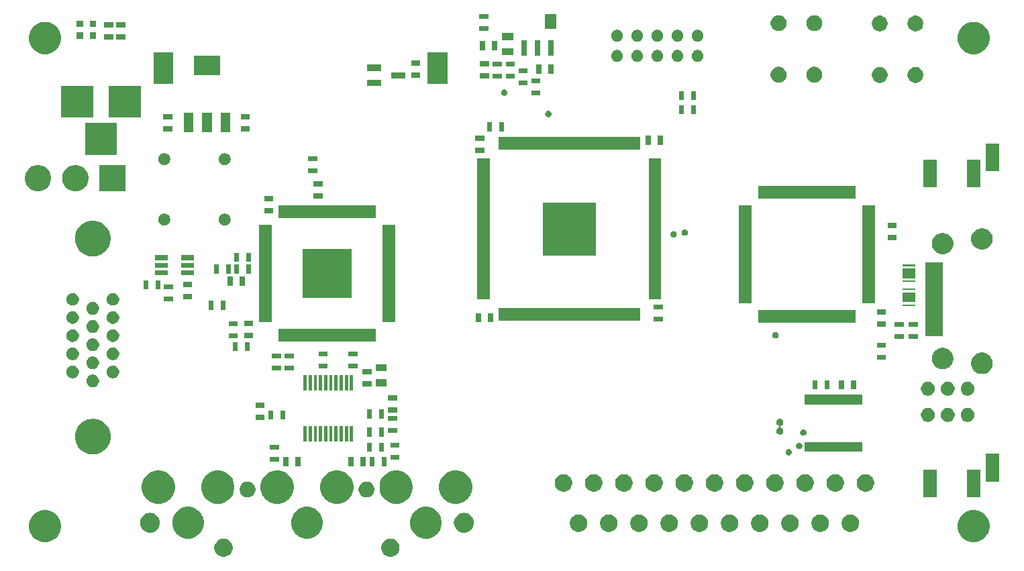
<source format=gts>
G04 #@! TF.GenerationSoftware,KiCad,Pcbnew,(5.1.4-0-10_14)*
G04 #@! TF.CreationDate,2020-05-24T16:50:31+09:00*
G04 #@! TF.ProjectId,ossc_board,6f737363-5f62-46f6-9172-642e6b696361,rev?*
G04 #@! TF.SameCoordinates,Original*
G04 #@! TF.FileFunction,Soldermask,Top*
G04 #@! TF.FilePolarity,Negative*
%FSLAX46Y46*%
G04 Gerber Fmt 4.6, Leading zero omitted, Abs format (unit mm)*
G04 Created by KiCad (PCBNEW (5.1.4-0-10_14)) date 2020-05-24 16:50:31*
%MOMM*%
%LPD*%
G04 APERTURE LIST*
%ADD10C,0.150000*%
G04 APERTURE END LIST*
D10*
G36*
X54870195Y-83776200D02*
G01*
X55064823Y-83814914D01*
X55274109Y-83901604D01*
X55462462Y-84027457D01*
X55622643Y-84187638D01*
X55748496Y-84375991D01*
X55835186Y-84585277D01*
X55879380Y-84807455D01*
X55879380Y-85033985D01*
X55835186Y-85256163D01*
X55748496Y-85465449D01*
X55622643Y-85653802D01*
X55462462Y-85813983D01*
X55274109Y-85939836D01*
X55064823Y-86026526D01*
X54916704Y-86055989D01*
X54842646Y-86070720D01*
X54616114Y-86070720D01*
X54542056Y-86055989D01*
X54393937Y-86026526D01*
X54184651Y-85939836D01*
X53996298Y-85813983D01*
X53836117Y-85653802D01*
X53710264Y-85465449D01*
X53623574Y-85256163D01*
X53579380Y-85033985D01*
X53579380Y-84807455D01*
X53623574Y-84585277D01*
X53710264Y-84375991D01*
X53836117Y-84187638D01*
X53996298Y-84027457D01*
X54184651Y-83901604D01*
X54393937Y-83814914D01*
X54588565Y-83776200D01*
X54616114Y-83770720D01*
X54842646Y-83770720D01*
X54870195Y-83776200D01*
X54870195Y-83776200D01*
G37*
G36*
X33803435Y-83776200D02*
G01*
X33998063Y-83814914D01*
X34207349Y-83901604D01*
X34395702Y-84027457D01*
X34555883Y-84187638D01*
X34681736Y-84375991D01*
X34768426Y-84585277D01*
X34812620Y-84807455D01*
X34812620Y-85033985D01*
X34768426Y-85256163D01*
X34681736Y-85465449D01*
X34555883Y-85653802D01*
X34395702Y-85813983D01*
X34207349Y-85939836D01*
X33998063Y-86026526D01*
X33849944Y-86055989D01*
X33775886Y-86070720D01*
X33549354Y-86070720D01*
X33475296Y-86055989D01*
X33327177Y-86026526D01*
X33117891Y-85939836D01*
X32929538Y-85813983D01*
X32769357Y-85653802D01*
X32643504Y-85465449D01*
X32556814Y-85256163D01*
X32512620Y-85033985D01*
X32512620Y-84807455D01*
X32556814Y-84585277D01*
X32643504Y-84375991D01*
X32769357Y-84187638D01*
X32929538Y-84027457D01*
X33117891Y-83901604D01*
X33327177Y-83814914D01*
X33521805Y-83776200D01*
X33549354Y-83770720D01*
X33775886Y-83770720D01*
X33803435Y-83776200D01*
X33803435Y-83776200D01*
G37*
G36*
X128892711Y-80246088D02*
G01*
X128892714Y-80246089D01*
X128892713Y-80246089D01*
X129262513Y-80399265D01*
X129415180Y-80501274D01*
X129595324Y-80621642D01*
X129878358Y-80904676D01*
X130100736Y-81237489D01*
X130253912Y-81607289D01*
X130332000Y-81999864D01*
X130332000Y-82400136D01*
X130253912Y-82792711D01*
X130146873Y-83051126D01*
X130100735Y-83162513D01*
X129878357Y-83495325D01*
X129595325Y-83778357D01*
X129262513Y-84000735D01*
X129262512Y-84000736D01*
X129262511Y-84000736D01*
X128892711Y-84153912D01*
X128500136Y-84232000D01*
X128099864Y-84232000D01*
X127707289Y-84153912D01*
X127337489Y-84000736D01*
X127337488Y-84000736D01*
X127337487Y-84000735D01*
X127004675Y-83778357D01*
X126721643Y-83495325D01*
X126499265Y-83162513D01*
X126453127Y-83051126D01*
X126346088Y-82792711D01*
X126268000Y-82400136D01*
X126268000Y-81999864D01*
X126346088Y-81607289D01*
X126499264Y-81237489D01*
X126721642Y-80904676D01*
X127004676Y-80621642D01*
X127184820Y-80501274D01*
X127337487Y-80399265D01*
X127707287Y-80246089D01*
X127707286Y-80246089D01*
X127707289Y-80246088D01*
X128099864Y-80168000D01*
X128500136Y-80168000D01*
X128892711Y-80246088D01*
X128892711Y-80246088D01*
G37*
G36*
X11722711Y-80246088D02*
G01*
X11722714Y-80246089D01*
X11722713Y-80246089D01*
X12092513Y-80399265D01*
X12245180Y-80501274D01*
X12425324Y-80621642D01*
X12708358Y-80904676D01*
X12930736Y-81237489D01*
X13083912Y-81607289D01*
X13162000Y-81999864D01*
X13162000Y-82400136D01*
X13083912Y-82792711D01*
X12976873Y-83051126D01*
X12930735Y-83162513D01*
X12708357Y-83495325D01*
X12425325Y-83778357D01*
X12092513Y-84000735D01*
X12092512Y-84000736D01*
X12092511Y-84000736D01*
X11722711Y-84153912D01*
X11330136Y-84232000D01*
X10929864Y-84232000D01*
X10537289Y-84153912D01*
X10167489Y-84000736D01*
X10167488Y-84000736D01*
X10167487Y-84000735D01*
X9834675Y-83778357D01*
X9551643Y-83495325D01*
X9329265Y-83162513D01*
X9283127Y-83051126D01*
X9176088Y-82792711D01*
X9098000Y-82400136D01*
X9098000Y-81999864D01*
X9176088Y-81607289D01*
X9329264Y-81237489D01*
X9551642Y-80904676D01*
X9834676Y-80621642D01*
X10014820Y-80501274D01*
X10167487Y-80399265D01*
X10537287Y-80246089D01*
X10537286Y-80246089D01*
X10537289Y-80246088D01*
X10929864Y-80168000D01*
X11330136Y-80168000D01*
X11722711Y-80246088D01*
X11722711Y-80246088D01*
G37*
G36*
X59779377Y-79853058D02*
G01*
X60143353Y-80003822D01*
X60143355Y-80003823D01*
X60308251Y-80114003D01*
X60470925Y-80222698D01*
X60749502Y-80501275D01*
X60826000Y-80615763D01*
X60903556Y-80731833D01*
X60968378Y-80828847D01*
X61119142Y-81192823D01*
X61196000Y-81579216D01*
X61196000Y-81973184D01*
X61119142Y-82359577D01*
X60988230Y-82675625D01*
X60968377Y-82723555D01*
X60864561Y-82878927D01*
X60778242Y-83008113D01*
X60749501Y-83051126D01*
X60470926Y-83329701D01*
X60143355Y-83548577D01*
X60143354Y-83548578D01*
X60143353Y-83548578D01*
X59779377Y-83699342D01*
X59392984Y-83776200D01*
X58999016Y-83776200D01*
X58612623Y-83699342D01*
X58248647Y-83548578D01*
X58248646Y-83548578D01*
X58248645Y-83548577D01*
X57921074Y-83329701D01*
X57642499Y-83051126D01*
X57613759Y-83008113D01*
X57527439Y-82878927D01*
X57423623Y-82723555D01*
X57403770Y-82675625D01*
X57272858Y-82359577D01*
X57196000Y-81973184D01*
X57196000Y-81579216D01*
X57272858Y-81192823D01*
X57423622Y-80828847D01*
X57488445Y-80731833D01*
X57566000Y-80615763D01*
X57642498Y-80501275D01*
X57921075Y-80222698D01*
X58083749Y-80114003D01*
X58248645Y-80003823D01*
X58248647Y-80003822D01*
X58612623Y-79853058D01*
X58999016Y-79776200D01*
X59392984Y-79776200D01*
X59779377Y-79853058D01*
X59779377Y-79853058D01*
G37*
G36*
X44779377Y-79853058D02*
G01*
X45143353Y-80003822D01*
X45143355Y-80003823D01*
X45308251Y-80114003D01*
X45470925Y-80222698D01*
X45749502Y-80501275D01*
X45826000Y-80615763D01*
X45903556Y-80731833D01*
X45968378Y-80828847D01*
X46119142Y-81192823D01*
X46196000Y-81579216D01*
X46196000Y-81973184D01*
X46119142Y-82359577D01*
X45988230Y-82675625D01*
X45968377Y-82723555D01*
X45864561Y-82878927D01*
X45778242Y-83008113D01*
X45749501Y-83051126D01*
X45470926Y-83329701D01*
X45143355Y-83548577D01*
X45143354Y-83548578D01*
X45143353Y-83548578D01*
X44779377Y-83699342D01*
X44392984Y-83776200D01*
X43999016Y-83776200D01*
X43612623Y-83699342D01*
X43248647Y-83548578D01*
X43248646Y-83548578D01*
X43248645Y-83548577D01*
X42921074Y-83329701D01*
X42642499Y-83051126D01*
X42613759Y-83008113D01*
X42527439Y-82878927D01*
X42423623Y-82723555D01*
X42403770Y-82675625D01*
X42272858Y-82359577D01*
X42196000Y-81973184D01*
X42196000Y-81579216D01*
X42272858Y-81192823D01*
X42423622Y-80828847D01*
X42488445Y-80731833D01*
X42566000Y-80615763D01*
X42642498Y-80501275D01*
X42921075Y-80222698D01*
X43083749Y-80114003D01*
X43248645Y-80003823D01*
X43248647Y-80003822D01*
X43612623Y-79853058D01*
X43999016Y-79776200D01*
X44392984Y-79776200D01*
X44779377Y-79853058D01*
X44779377Y-79853058D01*
G37*
G36*
X29779377Y-79853058D02*
G01*
X30143353Y-80003822D01*
X30143355Y-80003823D01*
X30308251Y-80114003D01*
X30470925Y-80222698D01*
X30749502Y-80501275D01*
X30826000Y-80615763D01*
X30903556Y-80731833D01*
X30968378Y-80828847D01*
X31119142Y-81192823D01*
X31196000Y-81579216D01*
X31196000Y-81973184D01*
X31119142Y-82359577D01*
X30988230Y-82675625D01*
X30968377Y-82723555D01*
X30864561Y-82878927D01*
X30778242Y-83008113D01*
X30749501Y-83051126D01*
X30470926Y-83329701D01*
X30143355Y-83548577D01*
X30143354Y-83548578D01*
X30143353Y-83548578D01*
X29779377Y-83699342D01*
X29392984Y-83776200D01*
X28999016Y-83776200D01*
X28612623Y-83699342D01*
X28248647Y-83548578D01*
X28248646Y-83548578D01*
X28248645Y-83548577D01*
X27921074Y-83329701D01*
X27642499Y-83051126D01*
X27613759Y-83008113D01*
X27527439Y-82878927D01*
X27423623Y-82723555D01*
X27403770Y-82675625D01*
X27272858Y-82359577D01*
X27196000Y-81973184D01*
X27196000Y-81579216D01*
X27272858Y-81192823D01*
X27423622Y-80828847D01*
X27488445Y-80731833D01*
X27566000Y-80615763D01*
X27642498Y-80501275D01*
X27921075Y-80222698D01*
X28083749Y-80114003D01*
X28248645Y-80003823D01*
X28248647Y-80003822D01*
X28612623Y-79853058D01*
X28999016Y-79776200D01*
X29392984Y-79776200D01*
X29779377Y-79853058D01*
X29779377Y-79853058D01*
G37*
G36*
X64241041Y-80544286D02*
G01*
X64358856Y-80580025D01*
X64476669Y-80615763D01*
X64476671Y-80615764D01*
X64693822Y-80731833D01*
X64693824Y-80731834D01*
X64693823Y-80731834D01*
X64884160Y-80888040D01*
X65040366Y-81078377D01*
X65156437Y-81295531D01*
X65157840Y-81300157D01*
X65227914Y-81531159D01*
X65252048Y-81776200D01*
X65227914Y-82021241D01*
X65156436Y-82256871D01*
X65040367Y-82474022D01*
X64884160Y-82664360D01*
X64693822Y-82820567D01*
X64505550Y-82921200D01*
X64476669Y-82936637D01*
X64358856Y-82972375D01*
X64241041Y-83008114D01*
X64057409Y-83026200D01*
X63934591Y-83026200D01*
X63750959Y-83008114D01*
X63633144Y-82972375D01*
X63515331Y-82936637D01*
X63486450Y-82921200D01*
X63298178Y-82820567D01*
X63107840Y-82664360D01*
X62951633Y-82474022D01*
X62835564Y-82256871D01*
X62764086Y-82021241D01*
X62739952Y-81776200D01*
X62764086Y-81531159D01*
X62834160Y-81300157D01*
X62835563Y-81295531D01*
X62951634Y-81078377D01*
X63107840Y-80888040D01*
X63298177Y-80731834D01*
X63298176Y-80731834D01*
X63298178Y-80731833D01*
X63515329Y-80615764D01*
X63515331Y-80615763D01*
X63633144Y-80580025D01*
X63750959Y-80544286D01*
X63934591Y-80526200D01*
X64057409Y-80526200D01*
X64241041Y-80544286D01*
X64241041Y-80544286D01*
G37*
G36*
X24641041Y-80544286D02*
G01*
X24758856Y-80580025D01*
X24876669Y-80615763D01*
X24876671Y-80615764D01*
X25093822Y-80731833D01*
X25093824Y-80731834D01*
X25093823Y-80731834D01*
X25284160Y-80888040D01*
X25440366Y-81078377D01*
X25556437Y-81295531D01*
X25557840Y-81300157D01*
X25627914Y-81531159D01*
X25652048Y-81776200D01*
X25627914Y-82021241D01*
X25556436Y-82256871D01*
X25440367Y-82474022D01*
X25284160Y-82664360D01*
X25093822Y-82820567D01*
X24905550Y-82921200D01*
X24876669Y-82936637D01*
X24758856Y-82972375D01*
X24641041Y-83008114D01*
X24457409Y-83026200D01*
X24334591Y-83026200D01*
X24150959Y-83008114D01*
X24033144Y-82972375D01*
X23915331Y-82936637D01*
X23886450Y-82921200D01*
X23698178Y-82820567D01*
X23507840Y-82664360D01*
X23351633Y-82474022D01*
X23235564Y-82256871D01*
X23164086Y-82021241D01*
X23139952Y-81776200D01*
X23164086Y-81531159D01*
X23234160Y-81300157D01*
X23235563Y-81295531D01*
X23351634Y-81078377D01*
X23507840Y-80888040D01*
X23698177Y-80731834D01*
X23698176Y-80731834D01*
X23698178Y-80731833D01*
X23915329Y-80615764D01*
X23915331Y-80615763D01*
X24033144Y-80580025D01*
X24150959Y-80544286D01*
X24334591Y-80526200D01*
X24457409Y-80526200D01*
X24641041Y-80544286D01*
X24641041Y-80544286D01*
G37*
G36*
X78785457Y-80763472D02*
G01*
X78985643Y-80846392D01*
X78985645Y-80846393D01*
X79047974Y-80888040D01*
X79165808Y-80966774D01*
X79319026Y-81119992D01*
X79439408Y-81300157D01*
X79522328Y-81500343D01*
X79564600Y-81712858D01*
X79564600Y-81929542D01*
X79522328Y-82142057D01*
X79474771Y-82256869D01*
X79439407Y-82342245D01*
X79319025Y-82522409D01*
X79165809Y-82675625D01*
X78985645Y-82796007D01*
X78985644Y-82796008D01*
X78985643Y-82796008D01*
X78785457Y-82878928D01*
X78572942Y-82921200D01*
X78356258Y-82921200D01*
X78143743Y-82878928D01*
X77943557Y-82796008D01*
X77943556Y-82796008D01*
X77943555Y-82796007D01*
X77763391Y-82675625D01*
X77610175Y-82522409D01*
X77489793Y-82342245D01*
X77454429Y-82256869D01*
X77406872Y-82142057D01*
X77364600Y-81929542D01*
X77364600Y-81712858D01*
X77406872Y-81500343D01*
X77489792Y-81300157D01*
X77610174Y-81119992D01*
X77763392Y-80966774D01*
X77881226Y-80888040D01*
X77943555Y-80846393D01*
X77943557Y-80846392D01*
X78143743Y-80763472D01*
X78356258Y-80721200D01*
X78572942Y-80721200D01*
X78785457Y-80763472D01*
X78785457Y-80763472D01*
G37*
G36*
X86405457Y-80763472D02*
G01*
X86605643Y-80846392D01*
X86605645Y-80846393D01*
X86667974Y-80888040D01*
X86785808Y-80966774D01*
X86939026Y-81119992D01*
X87059408Y-81300157D01*
X87142328Y-81500343D01*
X87184600Y-81712858D01*
X87184600Y-81929542D01*
X87142328Y-82142057D01*
X87094771Y-82256869D01*
X87059407Y-82342245D01*
X86939025Y-82522409D01*
X86785809Y-82675625D01*
X86605645Y-82796007D01*
X86605644Y-82796008D01*
X86605643Y-82796008D01*
X86405457Y-82878928D01*
X86192942Y-82921200D01*
X85976258Y-82921200D01*
X85763743Y-82878928D01*
X85563557Y-82796008D01*
X85563556Y-82796008D01*
X85563555Y-82796007D01*
X85383391Y-82675625D01*
X85230175Y-82522409D01*
X85109793Y-82342245D01*
X85074429Y-82256869D01*
X85026872Y-82142057D01*
X84984600Y-81929542D01*
X84984600Y-81712858D01*
X85026872Y-81500343D01*
X85109792Y-81300157D01*
X85230174Y-81119992D01*
X85383392Y-80966774D01*
X85501226Y-80888040D01*
X85563555Y-80846393D01*
X85563557Y-80846392D01*
X85763743Y-80763472D01*
X85976258Y-80721200D01*
X86192942Y-80721200D01*
X86405457Y-80763472D01*
X86405457Y-80763472D01*
G37*
G36*
X113075457Y-80763472D02*
G01*
X113275643Y-80846392D01*
X113275645Y-80846393D01*
X113337974Y-80888040D01*
X113455808Y-80966774D01*
X113609026Y-81119992D01*
X113729408Y-81300157D01*
X113812328Y-81500343D01*
X113854600Y-81712858D01*
X113854600Y-81929542D01*
X113812328Y-82142057D01*
X113764771Y-82256869D01*
X113729407Y-82342245D01*
X113609025Y-82522409D01*
X113455809Y-82675625D01*
X113275645Y-82796007D01*
X113275644Y-82796008D01*
X113275643Y-82796008D01*
X113075457Y-82878928D01*
X112862942Y-82921200D01*
X112646258Y-82921200D01*
X112433743Y-82878928D01*
X112233557Y-82796008D01*
X112233556Y-82796008D01*
X112233555Y-82796007D01*
X112053391Y-82675625D01*
X111900175Y-82522409D01*
X111779793Y-82342245D01*
X111744429Y-82256869D01*
X111696872Y-82142057D01*
X111654600Y-81929542D01*
X111654600Y-81712858D01*
X111696872Y-81500343D01*
X111779792Y-81300157D01*
X111900174Y-81119992D01*
X112053392Y-80966774D01*
X112171226Y-80888040D01*
X112233555Y-80846393D01*
X112233557Y-80846392D01*
X112433743Y-80763472D01*
X112646258Y-80721200D01*
X112862942Y-80721200D01*
X113075457Y-80763472D01*
X113075457Y-80763472D01*
G37*
G36*
X109265457Y-80763472D02*
G01*
X109465643Y-80846392D01*
X109465645Y-80846393D01*
X109527974Y-80888040D01*
X109645808Y-80966774D01*
X109799026Y-81119992D01*
X109919408Y-81300157D01*
X110002328Y-81500343D01*
X110044600Y-81712858D01*
X110044600Y-81929542D01*
X110002328Y-82142057D01*
X109954771Y-82256869D01*
X109919407Y-82342245D01*
X109799025Y-82522409D01*
X109645809Y-82675625D01*
X109465645Y-82796007D01*
X109465644Y-82796008D01*
X109465643Y-82796008D01*
X109265457Y-82878928D01*
X109052942Y-82921200D01*
X108836258Y-82921200D01*
X108623743Y-82878928D01*
X108423557Y-82796008D01*
X108423556Y-82796008D01*
X108423555Y-82796007D01*
X108243391Y-82675625D01*
X108090175Y-82522409D01*
X107969793Y-82342245D01*
X107934429Y-82256869D01*
X107886872Y-82142057D01*
X107844600Y-81929542D01*
X107844600Y-81712858D01*
X107886872Y-81500343D01*
X107969792Y-81300157D01*
X108090174Y-81119992D01*
X108243392Y-80966774D01*
X108361226Y-80888040D01*
X108423555Y-80846393D01*
X108423557Y-80846392D01*
X108623743Y-80763472D01*
X108836258Y-80721200D01*
X109052942Y-80721200D01*
X109265457Y-80763472D01*
X109265457Y-80763472D01*
G37*
G36*
X105455457Y-80763472D02*
G01*
X105655643Y-80846392D01*
X105655645Y-80846393D01*
X105717974Y-80888040D01*
X105835808Y-80966774D01*
X105989026Y-81119992D01*
X106109408Y-81300157D01*
X106192328Y-81500343D01*
X106234600Y-81712858D01*
X106234600Y-81929542D01*
X106192328Y-82142057D01*
X106144771Y-82256869D01*
X106109407Y-82342245D01*
X105989025Y-82522409D01*
X105835809Y-82675625D01*
X105655645Y-82796007D01*
X105655644Y-82796008D01*
X105655643Y-82796008D01*
X105455457Y-82878928D01*
X105242942Y-82921200D01*
X105026258Y-82921200D01*
X104813743Y-82878928D01*
X104613557Y-82796008D01*
X104613556Y-82796008D01*
X104613555Y-82796007D01*
X104433391Y-82675625D01*
X104280175Y-82522409D01*
X104159793Y-82342245D01*
X104124429Y-82256869D01*
X104076872Y-82142057D01*
X104034600Y-81929542D01*
X104034600Y-81712858D01*
X104076872Y-81500343D01*
X104159792Y-81300157D01*
X104280174Y-81119992D01*
X104433392Y-80966774D01*
X104551226Y-80888040D01*
X104613555Y-80846393D01*
X104613557Y-80846392D01*
X104813743Y-80763472D01*
X105026258Y-80721200D01*
X105242942Y-80721200D01*
X105455457Y-80763472D01*
X105455457Y-80763472D01*
G37*
G36*
X101645457Y-80763472D02*
G01*
X101845643Y-80846392D01*
X101845645Y-80846393D01*
X101907974Y-80888040D01*
X102025808Y-80966774D01*
X102179026Y-81119992D01*
X102299408Y-81300157D01*
X102382328Y-81500343D01*
X102424600Y-81712858D01*
X102424600Y-81929542D01*
X102382328Y-82142057D01*
X102334771Y-82256869D01*
X102299407Y-82342245D01*
X102179025Y-82522409D01*
X102025809Y-82675625D01*
X101845645Y-82796007D01*
X101845644Y-82796008D01*
X101845643Y-82796008D01*
X101645457Y-82878928D01*
X101432942Y-82921200D01*
X101216258Y-82921200D01*
X101003743Y-82878928D01*
X100803557Y-82796008D01*
X100803556Y-82796008D01*
X100803555Y-82796007D01*
X100623391Y-82675625D01*
X100470175Y-82522409D01*
X100349793Y-82342245D01*
X100314429Y-82256869D01*
X100266872Y-82142057D01*
X100224600Y-81929542D01*
X100224600Y-81712858D01*
X100266872Y-81500343D01*
X100349792Y-81300157D01*
X100470174Y-81119992D01*
X100623392Y-80966774D01*
X100741226Y-80888040D01*
X100803555Y-80846393D01*
X100803557Y-80846392D01*
X101003743Y-80763472D01*
X101216258Y-80721200D01*
X101432942Y-80721200D01*
X101645457Y-80763472D01*
X101645457Y-80763472D01*
G37*
G36*
X97835457Y-80763472D02*
G01*
X98035643Y-80846392D01*
X98035645Y-80846393D01*
X98097974Y-80888040D01*
X98215808Y-80966774D01*
X98369026Y-81119992D01*
X98489408Y-81300157D01*
X98572328Y-81500343D01*
X98614600Y-81712858D01*
X98614600Y-81929542D01*
X98572328Y-82142057D01*
X98524771Y-82256869D01*
X98489407Y-82342245D01*
X98369025Y-82522409D01*
X98215809Y-82675625D01*
X98035645Y-82796007D01*
X98035644Y-82796008D01*
X98035643Y-82796008D01*
X97835457Y-82878928D01*
X97622942Y-82921200D01*
X97406258Y-82921200D01*
X97193743Y-82878928D01*
X96993557Y-82796008D01*
X96993556Y-82796008D01*
X96993555Y-82796007D01*
X96813391Y-82675625D01*
X96660175Y-82522409D01*
X96539793Y-82342245D01*
X96504429Y-82256869D01*
X96456872Y-82142057D01*
X96414600Y-81929542D01*
X96414600Y-81712858D01*
X96456872Y-81500343D01*
X96539792Y-81300157D01*
X96660174Y-81119992D01*
X96813392Y-80966774D01*
X96931226Y-80888040D01*
X96993555Y-80846393D01*
X96993557Y-80846392D01*
X97193743Y-80763472D01*
X97406258Y-80721200D01*
X97622942Y-80721200D01*
X97835457Y-80763472D01*
X97835457Y-80763472D01*
G37*
G36*
X94025457Y-80763472D02*
G01*
X94225643Y-80846392D01*
X94225645Y-80846393D01*
X94287974Y-80888040D01*
X94405808Y-80966774D01*
X94559026Y-81119992D01*
X94679408Y-81300157D01*
X94762328Y-81500343D01*
X94804600Y-81712858D01*
X94804600Y-81929542D01*
X94762328Y-82142057D01*
X94714771Y-82256869D01*
X94679407Y-82342245D01*
X94559025Y-82522409D01*
X94405809Y-82675625D01*
X94225645Y-82796007D01*
X94225644Y-82796008D01*
X94225643Y-82796008D01*
X94025457Y-82878928D01*
X93812942Y-82921200D01*
X93596258Y-82921200D01*
X93383743Y-82878928D01*
X93183557Y-82796008D01*
X93183556Y-82796008D01*
X93183555Y-82796007D01*
X93003391Y-82675625D01*
X92850175Y-82522409D01*
X92729793Y-82342245D01*
X92694429Y-82256869D01*
X92646872Y-82142057D01*
X92604600Y-81929542D01*
X92604600Y-81712858D01*
X92646872Y-81500343D01*
X92729792Y-81300157D01*
X92850174Y-81119992D01*
X93003392Y-80966774D01*
X93121226Y-80888040D01*
X93183555Y-80846393D01*
X93183557Y-80846392D01*
X93383743Y-80763472D01*
X93596258Y-80721200D01*
X93812942Y-80721200D01*
X94025457Y-80763472D01*
X94025457Y-80763472D01*
G37*
G36*
X90215457Y-80763472D02*
G01*
X90415643Y-80846392D01*
X90415645Y-80846393D01*
X90477974Y-80888040D01*
X90595808Y-80966774D01*
X90749026Y-81119992D01*
X90869408Y-81300157D01*
X90952328Y-81500343D01*
X90994600Y-81712858D01*
X90994600Y-81929542D01*
X90952328Y-82142057D01*
X90904771Y-82256869D01*
X90869407Y-82342245D01*
X90749025Y-82522409D01*
X90595809Y-82675625D01*
X90415645Y-82796007D01*
X90415644Y-82796008D01*
X90415643Y-82796008D01*
X90215457Y-82878928D01*
X90002942Y-82921200D01*
X89786258Y-82921200D01*
X89573743Y-82878928D01*
X89373557Y-82796008D01*
X89373556Y-82796008D01*
X89373555Y-82796007D01*
X89193391Y-82675625D01*
X89040175Y-82522409D01*
X88919793Y-82342245D01*
X88884429Y-82256869D01*
X88836872Y-82142057D01*
X88794600Y-81929542D01*
X88794600Y-81712858D01*
X88836872Y-81500343D01*
X88919792Y-81300157D01*
X89040174Y-81119992D01*
X89193392Y-80966774D01*
X89311226Y-80888040D01*
X89373555Y-80846393D01*
X89373557Y-80846392D01*
X89573743Y-80763472D01*
X89786258Y-80721200D01*
X90002942Y-80721200D01*
X90215457Y-80763472D01*
X90215457Y-80763472D01*
G37*
G36*
X82595457Y-80763472D02*
G01*
X82795643Y-80846392D01*
X82795645Y-80846393D01*
X82857974Y-80888040D01*
X82975808Y-80966774D01*
X83129026Y-81119992D01*
X83249408Y-81300157D01*
X83332328Y-81500343D01*
X83374600Y-81712858D01*
X83374600Y-81929542D01*
X83332328Y-82142057D01*
X83284771Y-82256869D01*
X83249407Y-82342245D01*
X83129025Y-82522409D01*
X82975809Y-82675625D01*
X82795645Y-82796007D01*
X82795644Y-82796008D01*
X82795643Y-82796008D01*
X82595457Y-82878928D01*
X82382942Y-82921200D01*
X82166258Y-82921200D01*
X81953743Y-82878928D01*
X81753557Y-82796008D01*
X81753556Y-82796008D01*
X81753555Y-82796007D01*
X81573391Y-82675625D01*
X81420175Y-82522409D01*
X81299793Y-82342245D01*
X81264429Y-82256869D01*
X81216872Y-82142057D01*
X81174600Y-81929542D01*
X81174600Y-81712858D01*
X81216872Y-81500343D01*
X81299792Y-81300157D01*
X81420174Y-81119992D01*
X81573392Y-80966774D01*
X81691226Y-80888040D01*
X81753555Y-80846393D01*
X81753557Y-80846392D01*
X81953743Y-80763472D01*
X82166258Y-80721200D01*
X82382942Y-80721200D01*
X82595457Y-80763472D01*
X82595457Y-80763472D01*
G37*
G36*
X63558546Y-75256901D02*
G01*
X63940721Y-75415203D01*
X63940723Y-75415204D01*
X64284672Y-75645023D01*
X64577177Y-75937528D01*
X64645640Y-76039991D01*
X64806997Y-76281479D01*
X64965299Y-76663654D01*
X65046000Y-77069367D01*
X65046000Y-77483033D01*
X64965299Y-77888746D01*
X64898556Y-78049878D01*
X64806996Y-78270923D01*
X64577177Y-78614872D01*
X64284672Y-78907377D01*
X63940723Y-79137196D01*
X63940722Y-79137197D01*
X63940721Y-79137197D01*
X63558546Y-79295499D01*
X63152833Y-79376200D01*
X62739167Y-79376200D01*
X62333454Y-79295499D01*
X61951279Y-79137197D01*
X61951278Y-79137197D01*
X61951277Y-79137196D01*
X61607328Y-78907377D01*
X61314823Y-78614872D01*
X61085004Y-78270923D01*
X60993444Y-78049878D01*
X60926701Y-77888746D01*
X60846000Y-77483033D01*
X60846000Y-77069367D01*
X60926701Y-76663654D01*
X61085003Y-76281479D01*
X61246360Y-76039991D01*
X61314823Y-75937528D01*
X61607328Y-75645023D01*
X61951277Y-75415204D01*
X61951279Y-75415203D01*
X62333454Y-75256901D01*
X62739167Y-75176200D01*
X63152833Y-75176200D01*
X63558546Y-75256901D01*
X63558546Y-75256901D01*
G37*
G36*
X56058546Y-75256901D02*
G01*
X56440721Y-75415203D01*
X56440723Y-75415204D01*
X56784672Y-75645023D01*
X57077177Y-75937528D01*
X57145640Y-76039991D01*
X57306997Y-76281479D01*
X57465299Y-76663654D01*
X57546000Y-77069367D01*
X57546000Y-77483033D01*
X57465299Y-77888746D01*
X57398556Y-78049878D01*
X57306996Y-78270923D01*
X57077177Y-78614872D01*
X56784672Y-78907377D01*
X56440723Y-79137196D01*
X56440722Y-79137197D01*
X56440721Y-79137197D01*
X56058546Y-79295499D01*
X55652833Y-79376200D01*
X55239167Y-79376200D01*
X54833454Y-79295499D01*
X54451279Y-79137197D01*
X54451278Y-79137197D01*
X54451277Y-79137196D01*
X54107328Y-78907377D01*
X53814823Y-78614872D01*
X53585004Y-78270923D01*
X53493444Y-78049878D01*
X53426701Y-77888746D01*
X53346000Y-77483033D01*
X53346000Y-77069367D01*
X53426701Y-76663654D01*
X53585003Y-76281479D01*
X53746360Y-76039991D01*
X53814823Y-75937528D01*
X54107328Y-75645023D01*
X54451277Y-75415204D01*
X54451279Y-75415203D01*
X54833454Y-75256901D01*
X55239167Y-75176200D01*
X55652833Y-75176200D01*
X56058546Y-75256901D01*
X56058546Y-75256901D01*
G37*
G36*
X26058546Y-75256901D02*
G01*
X26440721Y-75415203D01*
X26440723Y-75415204D01*
X26784672Y-75645023D01*
X27077177Y-75937528D01*
X27145640Y-76039991D01*
X27306997Y-76281479D01*
X27465299Y-76663654D01*
X27546000Y-77069367D01*
X27546000Y-77483033D01*
X27465299Y-77888746D01*
X27398556Y-78049878D01*
X27306996Y-78270923D01*
X27077177Y-78614872D01*
X26784672Y-78907377D01*
X26440723Y-79137196D01*
X26440722Y-79137197D01*
X26440721Y-79137197D01*
X26058546Y-79295499D01*
X25652833Y-79376200D01*
X25239167Y-79376200D01*
X24833454Y-79295499D01*
X24451279Y-79137197D01*
X24451278Y-79137197D01*
X24451277Y-79137196D01*
X24107328Y-78907377D01*
X23814823Y-78614872D01*
X23585004Y-78270923D01*
X23493444Y-78049878D01*
X23426701Y-77888746D01*
X23346000Y-77483033D01*
X23346000Y-77069367D01*
X23426701Y-76663654D01*
X23585003Y-76281479D01*
X23746360Y-76039991D01*
X23814823Y-75937528D01*
X24107328Y-75645023D01*
X24451277Y-75415204D01*
X24451279Y-75415203D01*
X24833454Y-75256901D01*
X25239167Y-75176200D01*
X25652833Y-75176200D01*
X26058546Y-75256901D01*
X26058546Y-75256901D01*
G37*
G36*
X33558546Y-75256901D02*
G01*
X33940721Y-75415203D01*
X33940723Y-75415204D01*
X34284672Y-75645023D01*
X34577177Y-75937528D01*
X34645640Y-76039991D01*
X34806997Y-76281479D01*
X34965299Y-76663654D01*
X35046000Y-77069367D01*
X35046000Y-77483033D01*
X34965299Y-77888746D01*
X34898556Y-78049878D01*
X34806996Y-78270923D01*
X34577177Y-78614872D01*
X34284672Y-78907377D01*
X33940723Y-79137196D01*
X33940722Y-79137197D01*
X33940721Y-79137197D01*
X33558546Y-79295499D01*
X33152833Y-79376200D01*
X32739167Y-79376200D01*
X32333454Y-79295499D01*
X31951279Y-79137197D01*
X31951278Y-79137197D01*
X31951277Y-79137196D01*
X31607328Y-78907377D01*
X31314823Y-78614872D01*
X31085004Y-78270923D01*
X30993444Y-78049878D01*
X30926701Y-77888746D01*
X30846000Y-77483033D01*
X30846000Y-77069367D01*
X30926701Y-76663654D01*
X31085003Y-76281479D01*
X31246360Y-76039991D01*
X31314823Y-75937528D01*
X31607328Y-75645023D01*
X31951277Y-75415204D01*
X31951279Y-75415203D01*
X32333454Y-75256901D01*
X32739167Y-75176200D01*
X33152833Y-75176200D01*
X33558546Y-75256901D01*
X33558546Y-75256901D01*
G37*
G36*
X41058546Y-75256901D02*
G01*
X41440721Y-75415203D01*
X41440723Y-75415204D01*
X41784672Y-75645023D01*
X42077177Y-75937528D01*
X42145640Y-76039991D01*
X42306997Y-76281479D01*
X42465299Y-76663654D01*
X42546000Y-77069367D01*
X42546000Y-77483033D01*
X42465299Y-77888746D01*
X42398556Y-78049878D01*
X42306996Y-78270923D01*
X42077177Y-78614872D01*
X41784672Y-78907377D01*
X41440723Y-79137196D01*
X41440722Y-79137197D01*
X41440721Y-79137197D01*
X41058546Y-79295499D01*
X40652833Y-79376200D01*
X40239167Y-79376200D01*
X39833454Y-79295499D01*
X39451279Y-79137197D01*
X39451278Y-79137197D01*
X39451277Y-79137196D01*
X39107328Y-78907377D01*
X38814823Y-78614872D01*
X38585004Y-78270923D01*
X38493444Y-78049878D01*
X38426701Y-77888746D01*
X38346000Y-77483033D01*
X38346000Y-77069367D01*
X38426701Y-76663654D01*
X38585003Y-76281479D01*
X38746360Y-76039991D01*
X38814823Y-75937528D01*
X39107328Y-75645023D01*
X39451277Y-75415204D01*
X39451279Y-75415203D01*
X39833454Y-75256901D01*
X40239167Y-75176200D01*
X40652833Y-75176200D01*
X41058546Y-75256901D01*
X41058546Y-75256901D01*
G37*
G36*
X48558546Y-75256901D02*
G01*
X48940721Y-75415203D01*
X48940723Y-75415204D01*
X49284672Y-75645023D01*
X49577177Y-75937528D01*
X49645640Y-76039991D01*
X49806997Y-76281479D01*
X49965299Y-76663654D01*
X50046000Y-77069367D01*
X50046000Y-77483033D01*
X49965299Y-77888746D01*
X49898556Y-78049878D01*
X49806996Y-78270923D01*
X49577177Y-78614872D01*
X49284672Y-78907377D01*
X48940723Y-79137196D01*
X48940722Y-79137197D01*
X48940721Y-79137197D01*
X48558546Y-79295499D01*
X48152833Y-79376200D01*
X47739167Y-79376200D01*
X47333454Y-79295499D01*
X46951279Y-79137197D01*
X46951278Y-79137197D01*
X46951277Y-79137196D01*
X46607328Y-78907377D01*
X46314823Y-78614872D01*
X46085004Y-78270923D01*
X45993444Y-78049878D01*
X45926701Y-77888746D01*
X45846000Y-77483033D01*
X45846000Y-77069367D01*
X45926701Y-76663654D01*
X46085003Y-76281479D01*
X46246360Y-76039991D01*
X46314823Y-75937528D01*
X46607328Y-75645023D01*
X46951277Y-75415204D01*
X46951279Y-75415203D01*
X47333454Y-75256901D01*
X47739167Y-75176200D01*
X48152833Y-75176200D01*
X48558546Y-75256901D01*
X48558546Y-75256901D01*
G37*
G36*
X123656000Y-78580000D02*
G01*
X121956000Y-78580000D01*
X121956000Y-75080000D01*
X123656000Y-75080000D01*
X123656000Y-78580000D01*
X123656000Y-78580000D01*
G37*
G36*
X129156000Y-78580000D02*
G01*
X127456000Y-78580000D01*
X127456000Y-75080000D01*
X129156000Y-75080000D01*
X129156000Y-78580000D01*
X129156000Y-78580000D01*
G37*
G36*
X51923290Y-76601819D02*
G01*
X51987689Y-76614629D01*
X52169678Y-76690011D01*
X52333463Y-76799449D01*
X52472751Y-76938737D01*
X52582189Y-77102522D01*
X52648347Y-77262243D01*
X52657571Y-77284512D01*
X52688979Y-77442409D01*
X52696000Y-77477709D01*
X52696000Y-77674691D01*
X52657571Y-77867889D01*
X52582189Y-78049878D01*
X52472751Y-78213663D01*
X52333463Y-78352951D01*
X52169678Y-78462389D01*
X51987689Y-78537771D01*
X51923290Y-78550581D01*
X51794493Y-78576200D01*
X51597507Y-78576200D01*
X51468710Y-78550581D01*
X51404311Y-78537771D01*
X51222322Y-78462389D01*
X51058537Y-78352951D01*
X50919249Y-78213663D01*
X50809811Y-78049878D01*
X50734429Y-77867889D01*
X50696000Y-77674691D01*
X50696000Y-77477709D01*
X50703022Y-77442409D01*
X50734429Y-77284512D01*
X50743653Y-77262243D01*
X50809811Y-77102522D01*
X50919249Y-76938737D01*
X51058537Y-76799449D01*
X51222322Y-76690011D01*
X51404311Y-76614629D01*
X51468710Y-76601819D01*
X51597507Y-76576200D01*
X51794493Y-76576200D01*
X51923290Y-76601819D01*
X51923290Y-76601819D01*
G37*
G36*
X36923290Y-76601819D02*
G01*
X36987689Y-76614629D01*
X37169678Y-76690011D01*
X37333463Y-76799449D01*
X37472751Y-76938737D01*
X37582189Y-77102522D01*
X37648347Y-77262243D01*
X37657571Y-77284512D01*
X37688979Y-77442409D01*
X37696000Y-77477709D01*
X37696000Y-77674691D01*
X37657571Y-77867889D01*
X37582189Y-78049878D01*
X37472751Y-78213663D01*
X37333463Y-78352951D01*
X37169678Y-78462389D01*
X36987689Y-78537771D01*
X36923290Y-78550581D01*
X36794493Y-78576200D01*
X36597507Y-78576200D01*
X36468710Y-78550581D01*
X36404311Y-78537771D01*
X36222322Y-78462389D01*
X36058537Y-78352951D01*
X35919249Y-78213663D01*
X35809811Y-78049878D01*
X35734429Y-77867889D01*
X35696000Y-77674691D01*
X35696000Y-77477709D01*
X35703022Y-77442409D01*
X35734429Y-77284512D01*
X35743653Y-77262243D01*
X35809811Y-77102522D01*
X35919249Y-76938737D01*
X36058537Y-76799449D01*
X36222322Y-76690011D01*
X36404311Y-76614629D01*
X36468710Y-76601819D01*
X36597507Y-76576200D01*
X36794493Y-76576200D01*
X36923290Y-76601819D01*
X36923290Y-76601819D01*
G37*
G36*
X99740457Y-75683472D02*
G01*
X99940643Y-75766392D01*
X99940645Y-75766393D01*
X100031338Y-75826992D01*
X100120808Y-75886774D01*
X100274026Y-76039992D01*
X100394408Y-76220157D01*
X100477328Y-76420343D01*
X100519600Y-76632858D01*
X100519600Y-76849542D01*
X100477328Y-77062057D01*
X100394408Y-77262243D01*
X100394407Y-77262245D01*
X100274025Y-77442409D01*
X100120809Y-77595625D01*
X99940645Y-77716007D01*
X99940644Y-77716008D01*
X99940643Y-77716008D01*
X99740457Y-77798928D01*
X99527942Y-77841200D01*
X99311258Y-77841200D01*
X99098743Y-77798928D01*
X98898557Y-77716008D01*
X98898556Y-77716008D01*
X98898555Y-77716007D01*
X98718391Y-77595625D01*
X98565175Y-77442409D01*
X98444793Y-77262245D01*
X98444792Y-77262243D01*
X98361872Y-77062057D01*
X98319600Y-76849542D01*
X98319600Y-76632858D01*
X98361872Y-76420343D01*
X98444792Y-76220157D01*
X98565174Y-76039992D01*
X98718392Y-75886774D01*
X98807862Y-75826992D01*
X98898555Y-75766393D01*
X98898557Y-75766392D01*
X99098743Y-75683472D01*
X99311258Y-75641200D01*
X99527942Y-75641200D01*
X99740457Y-75683472D01*
X99740457Y-75683472D01*
G37*
G36*
X107360457Y-75683472D02*
G01*
X107560643Y-75766392D01*
X107560645Y-75766393D01*
X107651338Y-75826992D01*
X107740808Y-75886774D01*
X107894026Y-76039992D01*
X108014408Y-76220157D01*
X108097328Y-76420343D01*
X108139600Y-76632858D01*
X108139600Y-76849542D01*
X108097328Y-77062057D01*
X108014408Y-77262243D01*
X108014407Y-77262245D01*
X107894025Y-77442409D01*
X107740809Y-77595625D01*
X107560645Y-77716007D01*
X107560644Y-77716008D01*
X107560643Y-77716008D01*
X107360457Y-77798928D01*
X107147942Y-77841200D01*
X106931258Y-77841200D01*
X106718743Y-77798928D01*
X106518557Y-77716008D01*
X106518556Y-77716008D01*
X106518555Y-77716007D01*
X106338391Y-77595625D01*
X106185175Y-77442409D01*
X106064793Y-77262245D01*
X106064792Y-77262243D01*
X105981872Y-77062057D01*
X105939600Y-76849542D01*
X105939600Y-76632858D01*
X105981872Y-76420343D01*
X106064792Y-76220157D01*
X106185174Y-76039992D01*
X106338392Y-75886774D01*
X106427862Y-75826992D01*
X106518555Y-75766393D01*
X106518557Y-75766392D01*
X106718743Y-75683472D01*
X106931258Y-75641200D01*
X107147942Y-75641200D01*
X107360457Y-75683472D01*
X107360457Y-75683472D01*
G37*
G36*
X114980457Y-75683472D02*
G01*
X115180643Y-75766392D01*
X115180645Y-75766393D01*
X115271338Y-75826992D01*
X115360808Y-75886774D01*
X115514026Y-76039992D01*
X115634408Y-76220157D01*
X115717328Y-76420343D01*
X115759600Y-76632858D01*
X115759600Y-76849542D01*
X115717328Y-77062057D01*
X115634408Y-77262243D01*
X115634407Y-77262245D01*
X115514025Y-77442409D01*
X115360809Y-77595625D01*
X115180645Y-77716007D01*
X115180644Y-77716008D01*
X115180643Y-77716008D01*
X114980457Y-77798928D01*
X114767942Y-77841200D01*
X114551258Y-77841200D01*
X114338743Y-77798928D01*
X114138557Y-77716008D01*
X114138556Y-77716008D01*
X114138555Y-77716007D01*
X113958391Y-77595625D01*
X113805175Y-77442409D01*
X113684793Y-77262245D01*
X113684792Y-77262243D01*
X113601872Y-77062057D01*
X113559600Y-76849542D01*
X113559600Y-76632858D01*
X113601872Y-76420343D01*
X113684792Y-76220157D01*
X113805174Y-76039992D01*
X113958392Y-75886774D01*
X114047862Y-75826992D01*
X114138555Y-75766393D01*
X114138557Y-75766392D01*
X114338743Y-75683472D01*
X114551258Y-75641200D01*
X114767942Y-75641200D01*
X114980457Y-75683472D01*
X114980457Y-75683472D01*
G37*
G36*
X92120457Y-75683472D02*
G01*
X92320643Y-75766392D01*
X92320645Y-75766393D01*
X92411338Y-75826992D01*
X92500808Y-75886774D01*
X92654026Y-76039992D01*
X92774408Y-76220157D01*
X92857328Y-76420343D01*
X92899600Y-76632858D01*
X92899600Y-76849542D01*
X92857328Y-77062057D01*
X92774408Y-77262243D01*
X92774407Y-77262245D01*
X92654025Y-77442409D01*
X92500809Y-77595625D01*
X92320645Y-77716007D01*
X92320644Y-77716008D01*
X92320643Y-77716008D01*
X92120457Y-77798928D01*
X91907942Y-77841200D01*
X91691258Y-77841200D01*
X91478743Y-77798928D01*
X91278557Y-77716008D01*
X91278556Y-77716008D01*
X91278555Y-77716007D01*
X91098391Y-77595625D01*
X90945175Y-77442409D01*
X90824793Y-77262245D01*
X90824792Y-77262243D01*
X90741872Y-77062057D01*
X90699600Y-76849542D01*
X90699600Y-76632858D01*
X90741872Y-76420343D01*
X90824792Y-76220157D01*
X90945174Y-76039992D01*
X91098392Y-75886774D01*
X91187862Y-75826992D01*
X91278555Y-75766393D01*
X91278557Y-75766392D01*
X91478743Y-75683472D01*
X91691258Y-75641200D01*
X91907942Y-75641200D01*
X92120457Y-75683472D01*
X92120457Y-75683472D01*
G37*
G36*
X95930457Y-75683472D02*
G01*
X96130643Y-75766392D01*
X96130645Y-75766393D01*
X96221338Y-75826992D01*
X96310808Y-75886774D01*
X96464026Y-76039992D01*
X96584408Y-76220157D01*
X96667328Y-76420343D01*
X96709600Y-76632858D01*
X96709600Y-76849542D01*
X96667328Y-77062057D01*
X96584408Y-77262243D01*
X96584407Y-77262245D01*
X96464025Y-77442409D01*
X96310809Y-77595625D01*
X96130645Y-77716007D01*
X96130644Y-77716008D01*
X96130643Y-77716008D01*
X95930457Y-77798928D01*
X95717942Y-77841200D01*
X95501258Y-77841200D01*
X95288743Y-77798928D01*
X95088557Y-77716008D01*
X95088556Y-77716008D01*
X95088555Y-77716007D01*
X94908391Y-77595625D01*
X94755175Y-77442409D01*
X94634793Y-77262245D01*
X94634792Y-77262243D01*
X94551872Y-77062057D01*
X94509600Y-76849542D01*
X94509600Y-76632858D01*
X94551872Y-76420343D01*
X94634792Y-76220157D01*
X94755174Y-76039992D01*
X94908392Y-75886774D01*
X94997862Y-75826992D01*
X95088555Y-75766393D01*
X95088557Y-75766392D01*
X95288743Y-75683472D01*
X95501258Y-75641200D01*
X95717942Y-75641200D01*
X95930457Y-75683472D01*
X95930457Y-75683472D01*
G37*
G36*
X88310457Y-75683472D02*
G01*
X88510643Y-75766392D01*
X88510645Y-75766393D01*
X88601338Y-75826992D01*
X88690808Y-75886774D01*
X88844026Y-76039992D01*
X88964408Y-76220157D01*
X89047328Y-76420343D01*
X89089600Y-76632858D01*
X89089600Y-76849542D01*
X89047328Y-77062057D01*
X88964408Y-77262243D01*
X88964407Y-77262245D01*
X88844025Y-77442409D01*
X88690809Y-77595625D01*
X88510645Y-77716007D01*
X88510644Y-77716008D01*
X88510643Y-77716008D01*
X88310457Y-77798928D01*
X88097942Y-77841200D01*
X87881258Y-77841200D01*
X87668743Y-77798928D01*
X87468557Y-77716008D01*
X87468556Y-77716008D01*
X87468555Y-77716007D01*
X87288391Y-77595625D01*
X87135175Y-77442409D01*
X87014793Y-77262245D01*
X87014792Y-77262243D01*
X86931872Y-77062057D01*
X86889600Y-76849542D01*
X86889600Y-76632858D01*
X86931872Y-76420343D01*
X87014792Y-76220157D01*
X87135174Y-76039992D01*
X87288392Y-75886774D01*
X87377862Y-75826992D01*
X87468555Y-75766393D01*
X87468557Y-75766392D01*
X87668743Y-75683472D01*
X87881258Y-75641200D01*
X88097942Y-75641200D01*
X88310457Y-75683472D01*
X88310457Y-75683472D01*
G37*
G36*
X84500457Y-75683472D02*
G01*
X84700643Y-75766392D01*
X84700645Y-75766393D01*
X84791338Y-75826992D01*
X84880808Y-75886774D01*
X85034026Y-76039992D01*
X85154408Y-76220157D01*
X85237328Y-76420343D01*
X85279600Y-76632858D01*
X85279600Y-76849542D01*
X85237328Y-77062057D01*
X85154408Y-77262243D01*
X85154407Y-77262245D01*
X85034025Y-77442409D01*
X84880809Y-77595625D01*
X84700645Y-77716007D01*
X84700644Y-77716008D01*
X84700643Y-77716008D01*
X84500457Y-77798928D01*
X84287942Y-77841200D01*
X84071258Y-77841200D01*
X83858743Y-77798928D01*
X83658557Y-77716008D01*
X83658556Y-77716008D01*
X83658555Y-77716007D01*
X83478391Y-77595625D01*
X83325175Y-77442409D01*
X83204793Y-77262245D01*
X83204792Y-77262243D01*
X83121872Y-77062057D01*
X83079600Y-76849542D01*
X83079600Y-76632858D01*
X83121872Y-76420343D01*
X83204792Y-76220157D01*
X83325174Y-76039992D01*
X83478392Y-75886774D01*
X83567862Y-75826992D01*
X83658555Y-75766393D01*
X83658557Y-75766392D01*
X83858743Y-75683472D01*
X84071258Y-75641200D01*
X84287942Y-75641200D01*
X84500457Y-75683472D01*
X84500457Y-75683472D01*
G37*
G36*
X80690457Y-75683472D02*
G01*
X80890643Y-75766392D01*
X80890645Y-75766393D01*
X80981338Y-75826992D01*
X81070808Y-75886774D01*
X81224026Y-76039992D01*
X81344408Y-76220157D01*
X81427328Y-76420343D01*
X81469600Y-76632858D01*
X81469600Y-76849542D01*
X81427328Y-77062057D01*
X81344408Y-77262243D01*
X81344407Y-77262245D01*
X81224025Y-77442409D01*
X81070809Y-77595625D01*
X80890645Y-77716007D01*
X80890644Y-77716008D01*
X80890643Y-77716008D01*
X80690457Y-77798928D01*
X80477942Y-77841200D01*
X80261258Y-77841200D01*
X80048743Y-77798928D01*
X79848557Y-77716008D01*
X79848556Y-77716008D01*
X79848555Y-77716007D01*
X79668391Y-77595625D01*
X79515175Y-77442409D01*
X79394793Y-77262245D01*
X79394792Y-77262243D01*
X79311872Y-77062057D01*
X79269600Y-76849542D01*
X79269600Y-76632858D01*
X79311872Y-76420343D01*
X79394792Y-76220157D01*
X79515174Y-76039992D01*
X79668392Y-75886774D01*
X79757862Y-75826992D01*
X79848555Y-75766393D01*
X79848557Y-75766392D01*
X80048743Y-75683472D01*
X80261258Y-75641200D01*
X80477942Y-75641200D01*
X80690457Y-75683472D01*
X80690457Y-75683472D01*
G37*
G36*
X76880457Y-75683472D02*
G01*
X77080643Y-75766392D01*
X77080645Y-75766393D01*
X77171338Y-75826992D01*
X77260808Y-75886774D01*
X77414026Y-76039992D01*
X77534408Y-76220157D01*
X77617328Y-76420343D01*
X77659600Y-76632858D01*
X77659600Y-76849542D01*
X77617328Y-77062057D01*
X77534408Y-77262243D01*
X77534407Y-77262245D01*
X77414025Y-77442409D01*
X77260809Y-77595625D01*
X77080645Y-77716007D01*
X77080644Y-77716008D01*
X77080643Y-77716008D01*
X76880457Y-77798928D01*
X76667942Y-77841200D01*
X76451258Y-77841200D01*
X76238743Y-77798928D01*
X76038557Y-77716008D01*
X76038556Y-77716008D01*
X76038555Y-77716007D01*
X75858391Y-77595625D01*
X75705175Y-77442409D01*
X75584793Y-77262245D01*
X75584792Y-77262243D01*
X75501872Y-77062057D01*
X75459600Y-76849542D01*
X75459600Y-76632858D01*
X75501872Y-76420343D01*
X75584792Y-76220157D01*
X75705174Y-76039992D01*
X75858392Y-75886774D01*
X75947862Y-75826992D01*
X76038555Y-75766393D01*
X76038557Y-75766392D01*
X76238743Y-75683472D01*
X76451258Y-75641200D01*
X76667942Y-75641200D01*
X76880457Y-75683472D01*
X76880457Y-75683472D01*
G37*
G36*
X111170457Y-75683472D02*
G01*
X111370643Y-75766392D01*
X111370645Y-75766393D01*
X111461338Y-75826992D01*
X111550808Y-75886774D01*
X111704026Y-76039992D01*
X111824408Y-76220157D01*
X111907328Y-76420343D01*
X111949600Y-76632858D01*
X111949600Y-76849542D01*
X111907328Y-77062057D01*
X111824408Y-77262243D01*
X111824407Y-77262245D01*
X111704025Y-77442409D01*
X111550809Y-77595625D01*
X111370645Y-77716007D01*
X111370644Y-77716008D01*
X111370643Y-77716008D01*
X111170457Y-77798928D01*
X110957942Y-77841200D01*
X110741258Y-77841200D01*
X110528743Y-77798928D01*
X110328557Y-77716008D01*
X110328556Y-77716008D01*
X110328555Y-77716007D01*
X110148391Y-77595625D01*
X109995175Y-77442409D01*
X109874793Y-77262245D01*
X109874792Y-77262243D01*
X109791872Y-77062057D01*
X109749600Y-76849542D01*
X109749600Y-76632858D01*
X109791872Y-76420343D01*
X109874792Y-76220157D01*
X109995174Y-76039992D01*
X110148392Y-75886774D01*
X110237862Y-75826992D01*
X110328555Y-75766393D01*
X110328557Y-75766392D01*
X110528743Y-75683472D01*
X110741258Y-75641200D01*
X110957942Y-75641200D01*
X111170457Y-75683472D01*
X111170457Y-75683472D01*
G37*
G36*
X103550457Y-75683472D02*
G01*
X103750643Y-75766392D01*
X103750645Y-75766393D01*
X103841338Y-75826992D01*
X103930808Y-75886774D01*
X104084026Y-76039992D01*
X104204408Y-76220157D01*
X104287328Y-76420343D01*
X104329600Y-76632858D01*
X104329600Y-76849542D01*
X104287328Y-77062057D01*
X104204408Y-77262243D01*
X104204407Y-77262245D01*
X104084025Y-77442409D01*
X103930809Y-77595625D01*
X103750645Y-77716007D01*
X103750644Y-77716008D01*
X103750643Y-77716008D01*
X103550457Y-77798928D01*
X103337942Y-77841200D01*
X103121258Y-77841200D01*
X102908743Y-77798928D01*
X102708557Y-77716008D01*
X102708556Y-77716008D01*
X102708555Y-77716007D01*
X102528391Y-77595625D01*
X102375175Y-77442409D01*
X102254793Y-77262245D01*
X102254792Y-77262243D01*
X102171872Y-77062057D01*
X102129600Y-76849542D01*
X102129600Y-76632858D01*
X102171872Y-76420343D01*
X102254792Y-76220157D01*
X102375174Y-76039992D01*
X102528392Y-75886774D01*
X102617862Y-75826992D01*
X102708555Y-75766393D01*
X102708557Y-75766392D01*
X102908743Y-75683472D01*
X103121258Y-75641200D01*
X103337942Y-75641200D01*
X103550457Y-75683472D01*
X103550457Y-75683472D01*
G37*
G36*
X131556000Y-76580000D02*
G01*
X129856000Y-76580000D01*
X129856000Y-73080000D01*
X131556000Y-73080000D01*
X131556000Y-76580000D01*
X131556000Y-76580000D01*
G37*
G36*
X52728200Y-74649700D02*
G01*
X52093200Y-74649700D01*
X52093200Y-73506700D01*
X52728200Y-73506700D01*
X52728200Y-74649700D01*
X52728200Y-74649700D01*
G37*
G36*
X54252200Y-74649700D02*
G01*
X53617200Y-74649700D01*
X53617200Y-73506700D01*
X54252200Y-73506700D01*
X54252200Y-74649700D01*
X54252200Y-74649700D01*
G37*
G36*
X51597900Y-74637500D02*
G01*
X50962900Y-74637500D01*
X50962900Y-73494500D01*
X51597900Y-73494500D01*
X51597900Y-74637500D01*
X51597900Y-74637500D01*
G37*
G36*
X50073900Y-74637500D02*
G01*
X49438900Y-74637500D01*
X49438900Y-73494500D01*
X50073900Y-73494500D01*
X50073900Y-74637500D01*
X50073900Y-74637500D01*
G37*
G36*
X41856500Y-74637500D02*
G01*
X41221500Y-74637500D01*
X41221500Y-73494500D01*
X41856500Y-73494500D01*
X41856500Y-74637500D01*
X41856500Y-74637500D01*
G37*
G36*
X43380500Y-74637500D02*
G01*
X42745500Y-74637500D01*
X42745500Y-73494500D01*
X43380500Y-73494500D01*
X43380500Y-74637500D01*
X43380500Y-74637500D01*
G37*
G36*
X40675500Y-74094500D02*
G01*
X39532500Y-74094500D01*
X39532500Y-73459500D01*
X40675500Y-73459500D01*
X40675500Y-74094500D01*
X40675500Y-74094500D01*
G37*
G36*
X55852400Y-73849600D02*
G01*
X54709400Y-73849600D01*
X54709400Y-73214600D01*
X55852400Y-73214600D01*
X55852400Y-73849600D01*
X55852400Y-73849600D01*
G37*
G36*
X105082176Y-72475272D02*
G01*
X105106144Y-72485200D01*
X105154968Y-72505423D01*
X105154971Y-72505425D01*
X105220485Y-72549200D01*
X105276200Y-72604915D01*
X105276201Y-72604917D01*
X105319977Y-72670432D01*
X105336978Y-72711476D01*
X105350128Y-72743224D01*
X105365500Y-72820503D01*
X105365500Y-72899297D01*
X105350128Y-72976576D01*
X105336978Y-73008324D01*
X105319977Y-73049368D01*
X105319975Y-73049371D01*
X105276200Y-73114885D01*
X105220485Y-73170600D01*
X105154971Y-73214375D01*
X105154968Y-73214377D01*
X105113924Y-73231378D01*
X105082176Y-73244528D01*
X105004897Y-73259900D01*
X104926103Y-73259900D01*
X104848824Y-73244528D01*
X104817076Y-73231378D01*
X104776032Y-73214377D01*
X104776029Y-73214375D01*
X104710515Y-73170600D01*
X104654800Y-73114885D01*
X104611025Y-73049371D01*
X104611023Y-73049368D01*
X104594022Y-73008324D01*
X104580872Y-72976576D01*
X104565500Y-72899297D01*
X104565500Y-72820503D01*
X104580872Y-72743224D01*
X104594022Y-72711476D01*
X104611023Y-72670432D01*
X104654799Y-72604917D01*
X104654800Y-72604915D01*
X104710515Y-72549200D01*
X104776029Y-72505425D01*
X104776032Y-72505423D01*
X104824856Y-72485200D01*
X104848824Y-72475272D01*
X104926103Y-72459900D01*
X105004897Y-72459900D01*
X105082176Y-72475272D01*
X105082176Y-72475272D01*
G37*
G36*
X17542079Y-68698215D02*
G01*
X17811801Y-68751866D01*
X18047889Y-68849657D01*
X18130424Y-68883844D01*
X18221275Y-68921476D01*
X18589792Y-69167711D01*
X18903189Y-69481108D01*
X19149424Y-69849625D01*
X19319034Y-70259099D01*
X19405500Y-70693794D01*
X19405500Y-71137006D01*
X19319034Y-71571701D01*
X19149424Y-71981175D01*
X18903189Y-72349692D01*
X18589792Y-72663089D01*
X18221275Y-72909324D01*
X17811801Y-73078934D01*
X17631073Y-73114883D01*
X17377107Y-73165400D01*
X16933893Y-73165400D01*
X16679927Y-73114883D01*
X16499199Y-73078934D01*
X16089725Y-72909324D01*
X15721208Y-72663089D01*
X15407811Y-72349692D01*
X15161576Y-71981175D01*
X14991966Y-71571701D01*
X14905500Y-71137006D01*
X14905500Y-70693794D01*
X14991966Y-70259099D01*
X15161576Y-69849625D01*
X15407811Y-69481108D01*
X15721208Y-69167711D01*
X16089725Y-68921476D01*
X16180577Y-68883844D01*
X16263111Y-68849657D01*
X16499199Y-68751866D01*
X16768921Y-68698215D01*
X16933893Y-68665400D01*
X17377107Y-68665400D01*
X17542079Y-68698215D01*
X17542079Y-68698215D01*
G37*
G36*
X114272000Y-72830000D02*
G01*
X106972000Y-72830000D01*
X106972000Y-71630000D01*
X114272000Y-71630000D01*
X114272000Y-72830000D01*
X114272000Y-72830000D01*
G37*
G36*
X53922000Y-72795500D02*
G01*
X53287000Y-72795500D01*
X53287000Y-71652500D01*
X53922000Y-71652500D01*
X53922000Y-72795500D01*
X53922000Y-72795500D01*
G37*
G36*
X52398000Y-72795500D02*
G01*
X51763000Y-72795500D01*
X51763000Y-71652500D01*
X52398000Y-71652500D01*
X52398000Y-72795500D01*
X52398000Y-72795500D01*
G37*
G36*
X40675500Y-72570500D02*
G01*
X39532500Y-72570500D01*
X39532500Y-71935500D01*
X40675500Y-71935500D01*
X40675500Y-72570500D01*
X40675500Y-72570500D01*
G37*
G36*
X106415676Y-71700572D02*
G01*
X106447424Y-71713722D01*
X106488468Y-71730723D01*
X106488471Y-71730725D01*
X106553985Y-71774500D01*
X106609700Y-71830215D01*
X106609701Y-71830217D01*
X106653477Y-71895732D01*
X106669949Y-71935500D01*
X106683628Y-71968524D01*
X106699000Y-72045803D01*
X106699000Y-72124597D01*
X106683628Y-72201876D01*
X106670478Y-72233624D01*
X106653477Y-72274668D01*
X106653475Y-72274671D01*
X106609700Y-72340185D01*
X106553985Y-72395900D01*
X106488471Y-72439675D01*
X106488468Y-72439677D01*
X106447424Y-72456678D01*
X106415676Y-72469828D01*
X106338397Y-72485200D01*
X106259603Y-72485200D01*
X106182324Y-72469828D01*
X106150576Y-72456678D01*
X106109532Y-72439677D01*
X106109529Y-72439675D01*
X106044015Y-72395900D01*
X105988300Y-72340185D01*
X105944525Y-72274671D01*
X105944523Y-72274668D01*
X105927522Y-72233624D01*
X105914372Y-72201876D01*
X105899000Y-72124597D01*
X105899000Y-72045803D01*
X105914372Y-71968524D01*
X105928051Y-71935500D01*
X105944523Y-71895732D01*
X105988299Y-71830217D01*
X105988300Y-71830215D01*
X106044015Y-71774500D01*
X106109529Y-71730725D01*
X106109532Y-71730723D01*
X106150576Y-71713722D01*
X106182324Y-71700572D01*
X106259603Y-71685200D01*
X106338397Y-71685200D01*
X106415676Y-71700572D01*
X106415676Y-71700572D01*
G37*
G36*
X55852400Y-72325600D02*
G01*
X54709400Y-72325600D01*
X54709400Y-71690600D01*
X55852400Y-71690600D01*
X55852400Y-72325600D01*
X55852400Y-72325600D01*
G37*
G36*
X44813000Y-71544000D02*
G01*
X44413000Y-71544000D01*
X44413000Y-69544000D01*
X44813000Y-69544000D01*
X44813000Y-71544000D01*
X44813000Y-71544000D01*
G37*
G36*
X45463000Y-71544000D02*
G01*
X45063000Y-71544000D01*
X45063000Y-69544000D01*
X45463000Y-69544000D01*
X45463000Y-71544000D01*
X45463000Y-71544000D01*
G37*
G36*
X46113000Y-71544000D02*
G01*
X45713000Y-71544000D01*
X45713000Y-69544000D01*
X46113000Y-69544000D01*
X46113000Y-71544000D01*
X46113000Y-71544000D01*
G37*
G36*
X46763000Y-71544000D02*
G01*
X46363000Y-71544000D01*
X46363000Y-69544000D01*
X46763000Y-69544000D01*
X46763000Y-71544000D01*
X46763000Y-71544000D01*
G37*
G36*
X47413000Y-71544000D02*
G01*
X47013000Y-71544000D01*
X47013000Y-69544000D01*
X47413000Y-69544000D01*
X47413000Y-71544000D01*
X47413000Y-71544000D01*
G37*
G36*
X48063000Y-71544000D02*
G01*
X47663000Y-71544000D01*
X47663000Y-69544000D01*
X48063000Y-69544000D01*
X48063000Y-71544000D01*
X48063000Y-71544000D01*
G37*
G36*
X48713000Y-71544000D02*
G01*
X48313000Y-71544000D01*
X48313000Y-69544000D01*
X48713000Y-69544000D01*
X48713000Y-71544000D01*
X48713000Y-71544000D01*
G37*
G36*
X49363000Y-71544000D02*
G01*
X48963000Y-71544000D01*
X48963000Y-69544000D01*
X49363000Y-69544000D01*
X49363000Y-71544000D01*
X49363000Y-71544000D01*
G37*
G36*
X50013000Y-71544000D02*
G01*
X49613000Y-71544000D01*
X49613000Y-69544000D01*
X50013000Y-69544000D01*
X50013000Y-71544000D01*
X50013000Y-71544000D01*
G37*
G36*
X44163000Y-71544000D02*
G01*
X43763000Y-71544000D01*
X43763000Y-69544000D01*
X44163000Y-69544000D01*
X44163000Y-71544000D01*
X44163000Y-71544000D01*
G37*
G36*
X53896600Y-70928600D02*
G01*
X53261600Y-70928600D01*
X53261600Y-69785600D01*
X53896600Y-69785600D01*
X53896600Y-70928600D01*
X53896600Y-70928600D01*
G37*
G36*
X52372600Y-70928600D02*
G01*
X51737600Y-70928600D01*
X51737600Y-69785600D01*
X52372600Y-69785600D01*
X52372600Y-70928600D01*
X52372600Y-70928600D01*
G37*
G36*
X106936376Y-70011472D02*
G01*
X106968124Y-70024622D01*
X107009168Y-70041623D01*
X107009171Y-70041625D01*
X107074685Y-70085400D01*
X107130400Y-70141115D01*
X107130401Y-70141117D01*
X107174177Y-70206632D01*
X107191178Y-70247676D01*
X107204328Y-70279424D01*
X107219700Y-70356703D01*
X107219700Y-70435497D01*
X107204328Y-70512776D01*
X107191178Y-70544524D01*
X107174177Y-70585568D01*
X107174175Y-70585571D01*
X107130400Y-70651085D01*
X107074685Y-70706800D01*
X107009171Y-70750575D01*
X107009168Y-70750577D01*
X106968124Y-70767578D01*
X106936376Y-70780728D01*
X106859097Y-70796100D01*
X106780303Y-70796100D01*
X106703024Y-70780728D01*
X106671276Y-70767578D01*
X106630232Y-70750577D01*
X106630229Y-70750575D01*
X106564715Y-70706800D01*
X106509000Y-70651085D01*
X106465225Y-70585571D01*
X106465223Y-70585568D01*
X106448222Y-70544524D01*
X106435072Y-70512776D01*
X106419700Y-70435497D01*
X106419700Y-70356703D01*
X106435072Y-70279424D01*
X106448222Y-70247676D01*
X106465223Y-70206632D01*
X106508999Y-70141117D01*
X106509000Y-70141115D01*
X106564715Y-70085400D01*
X106630229Y-70041625D01*
X106630232Y-70041623D01*
X106671276Y-70024622D01*
X106703024Y-70011472D01*
X106780303Y-69996100D01*
X106859097Y-69996100D01*
X106936376Y-70011472D01*
X106936376Y-70011472D01*
G37*
G36*
X103992259Y-68664293D02*
G01*
X104033208Y-68681255D01*
X104074155Y-68698215D01*
X104147858Y-68747462D01*
X104210538Y-68810142D01*
X104259785Y-68883845D01*
X104275371Y-68921475D01*
X104293707Y-68965741D01*
X104311000Y-69052678D01*
X104311000Y-69141322D01*
X104293707Y-69228259D01*
X104259785Y-69310155D01*
X104210538Y-69383858D01*
X104147858Y-69446538D01*
X104074155Y-69495785D01*
X104036872Y-69511228D01*
X103987892Y-69531516D01*
X103966281Y-69543067D01*
X103947339Y-69558613D01*
X103931794Y-69577555D01*
X103920243Y-69599165D01*
X103913130Y-69622614D01*
X103910728Y-69647000D01*
X103913130Y-69671387D01*
X103920243Y-69694835D01*
X103931794Y-69716446D01*
X103947340Y-69735388D01*
X103966282Y-69750933D01*
X103987892Y-69762484D01*
X104036872Y-69782772D01*
X104074155Y-69798215D01*
X104147858Y-69847462D01*
X104210538Y-69910142D01*
X104259785Y-69983845D01*
X104276745Y-70024792D01*
X104293707Y-70065741D01*
X104311000Y-70152678D01*
X104311000Y-70241322D01*
X104293707Y-70328259D01*
X104276745Y-70369208D01*
X104259785Y-70410155D01*
X104210538Y-70483858D01*
X104147858Y-70546538D01*
X104074155Y-70595785D01*
X104033208Y-70612745D01*
X103992259Y-70629707D01*
X103905322Y-70647000D01*
X103816678Y-70647000D01*
X103729741Y-70629707D01*
X103688792Y-70612745D01*
X103647845Y-70595785D01*
X103574142Y-70546538D01*
X103511462Y-70483858D01*
X103462215Y-70410155D01*
X103445255Y-70369208D01*
X103428293Y-70328259D01*
X103411000Y-70241322D01*
X103411000Y-70152678D01*
X103428293Y-70065741D01*
X103445255Y-70024792D01*
X103462215Y-69983845D01*
X103511462Y-69910142D01*
X103574142Y-69847462D01*
X103647845Y-69798215D01*
X103685128Y-69782772D01*
X103734108Y-69762484D01*
X103755719Y-69750933D01*
X103774661Y-69735387D01*
X103790206Y-69716445D01*
X103801757Y-69694835D01*
X103808870Y-69671386D01*
X103811272Y-69647000D01*
X103808870Y-69622613D01*
X103801757Y-69599165D01*
X103790206Y-69577554D01*
X103774660Y-69558612D01*
X103755718Y-69543067D01*
X103734108Y-69531516D01*
X103685128Y-69511228D01*
X103647845Y-69495785D01*
X103574142Y-69446538D01*
X103511462Y-69383858D01*
X103462215Y-69310155D01*
X103428293Y-69228259D01*
X103411000Y-69141322D01*
X103411000Y-69052678D01*
X103428293Y-68965741D01*
X103446629Y-68921475D01*
X103462215Y-68883845D01*
X103511462Y-68810142D01*
X103574142Y-68747462D01*
X103647845Y-68698215D01*
X103688792Y-68681255D01*
X103729741Y-68664293D01*
X103816678Y-68647000D01*
X103905322Y-68647000D01*
X103992259Y-68664293D01*
X103992259Y-68664293D01*
G37*
G36*
X55573000Y-70446000D02*
G01*
X54430000Y-70446000D01*
X54430000Y-69811000D01*
X55573000Y-69811000D01*
X55573000Y-70446000D01*
X55573000Y-70446000D01*
G37*
G36*
X127795227Y-67328625D02*
G01*
X127954466Y-67394584D01*
X127954468Y-67394585D01*
X128097780Y-67490343D01*
X128219657Y-67612220D01*
X128219658Y-67612222D01*
X128315416Y-67755534D01*
X128381375Y-67914773D01*
X128415000Y-68083819D01*
X128415000Y-68256181D01*
X128381375Y-68425227D01*
X128315416Y-68584466D01*
X128315415Y-68584468D01*
X128219657Y-68727780D01*
X128097780Y-68849657D01*
X127954468Y-68945415D01*
X127954467Y-68945416D01*
X127954466Y-68945416D01*
X127795227Y-69011375D01*
X127626181Y-69045000D01*
X127453819Y-69045000D01*
X127284773Y-69011375D01*
X127125534Y-68945416D01*
X127125533Y-68945416D01*
X127125532Y-68945415D01*
X126982220Y-68849657D01*
X126860343Y-68727780D01*
X126764585Y-68584468D01*
X126764584Y-68584466D01*
X126698625Y-68425227D01*
X126665000Y-68256181D01*
X126665000Y-68083819D01*
X126698625Y-67914773D01*
X126764584Y-67755534D01*
X126860342Y-67612222D01*
X126860343Y-67612220D01*
X126982220Y-67490343D01*
X127125532Y-67394585D01*
X127125534Y-67394584D01*
X127284773Y-67328625D01*
X127453819Y-67295000D01*
X127626181Y-67295000D01*
X127795227Y-67328625D01*
X127795227Y-67328625D01*
G37*
G36*
X122795227Y-67328625D02*
G01*
X122954466Y-67394584D01*
X122954468Y-67394585D01*
X123097780Y-67490343D01*
X123219657Y-67612220D01*
X123219658Y-67612222D01*
X123315416Y-67755534D01*
X123381375Y-67914773D01*
X123415000Y-68083819D01*
X123415000Y-68256181D01*
X123381375Y-68425227D01*
X123315416Y-68584466D01*
X123315415Y-68584468D01*
X123219657Y-68727780D01*
X123097780Y-68849657D01*
X122954468Y-68945415D01*
X122954467Y-68945416D01*
X122954466Y-68945416D01*
X122795227Y-69011375D01*
X122626181Y-69045000D01*
X122453819Y-69045000D01*
X122284773Y-69011375D01*
X122125534Y-68945416D01*
X122125533Y-68945416D01*
X122125532Y-68945415D01*
X121982220Y-68849657D01*
X121860343Y-68727780D01*
X121764585Y-68584468D01*
X121764584Y-68584466D01*
X121698625Y-68425227D01*
X121665000Y-68256181D01*
X121665000Y-68083819D01*
X121698625Y-67914773D01*
X121764584Y-67755534D01*
X121860342Y-67612222D01*
X121860343Y-67612220D01*
X121982220Y-67490343D01*
X122125532Y-67394585D01*
X122125534Y-67394584D01*
X122284773Y-67328625D01*
X122453819Y-67295000D01*
X122626181Y-67295000D01*
X122795227Y-67328625D01*
X122795227Y-67328625D01*
G37*
G36*
X125295227Y-67328625D02*
G01*
X125454466Y-67394584D01*
X125454468Y-67394585D01*
X125597780Y-67490343D01*
X125719657Y-67612220D01*
X125719658Y-67612222D01*
X125815416Y-67755534D01*
X125881375Y-67914773D01*
X125915000Y-68083819D01*
X125915000Y-68256181D01*
X125881375Y-68425227D01*
X125815416Y-68584466D01*
X125815415Y-68584468D01*
X125719657Y-68727780D01*
X125597780Y-68849657D01*
X125454468Y-68945415D01*
X125454467Y-68945416D01*
X125454466Y-68945416D01*
X125295227Y-69011375D01*
X125126181Y-69045000D01*
X124953819Y-69045000D01*
X124784773Y-69011375D01*
X124625534Y-68945416D01*
X124625533Y-68945416D01*
X124625532Y-68945415D01*
X124482220Y-68849657D01*
X124360343Y-68727780D01*
X124264585Y-68584468D01*
X124264584Y-68584466D01*
X124198625Y-68425227D01*
X124165000Y-68256181D01*
X124165000Y-68083819D01*
X124198625Y-67914773D01*
X124264584Y-67755534D01*
X124360342Y-67612222D01*
X124360343Y-67612220D01*
X124482220Y-67490343D01*
X124625532Y-67394585D01*
X124625534Y-67394584D01*
X124784773Y-67328625D01*
X124953819Y-67295000D01*
X125126181Y-67295000D01*
X125295227Y-67328625D01*
X125295227Y-67328625D01*
G37*
G36*
X55573000Y-68922000D02*
G01*
X54430000Y-68922000D01*
X54430000Y-68287000D01*
X55573000Y-68287000D01*
X55573000Y-68922000D01*
X55573000Y-68922000D01*
G37*
G36*
X38834400Y-68795000D02*
G01*
X37691400Y-68795000D01*
X37691400Y-68160000D01*
X38834400Y-68160000D01*
X38834400Y-68795000D01*
X38834400Y-68795000D01*
G37*
G36*
X41476000Y-68744200D02*
G01*
X40841000Y-68744200D01*
X40841000Y-67601200D01*
X41476000Y-67601200D01*
X41476000Y-68744200D01*
X41476000Y-68744200D01*
G37*
G36*
X39952000Y-68744200D02*
G01*
X39317000Y-68744200D01*
X39317000Y-67601200D01*
X39952000Y-67601200D01*
X39952000Y-68744200D01*
X39952000Y-68744200D01*
G37*
G36*
X52372600Y-68629900D02*
G01*
X51737600Y-68629900D01*
X51737600Y-67486900D01*
X52372600Y-67486900D01*
X52372600Y-68629900D01*
X52372600Y-68629900D01*
G37*
G36*
X53896600Y-68629900D02*
G01*
X53261600Y-68629900D01*
X53261600Y-67486900D01*
X53896600Y-67486900D01*
X53896600Y-68629900D01*
X53896600Y-68629900D01*
G37*
G36*
X55568500Y-67864500D02*
G01*
X54425500Y-67864500D01*
X54425500Y-67229500D01*
X55568500Y-67229500D01*
X55568500Y-67864500D01*
X55568500Y-67864500D01*
G37*
G36*
X38834400Y-67271000D02*
G01*
X37691400Y-67271000D01*
X37691400Y-66636000D01*
X38834400Y-66636000D01*
X38834400Y-67271000D01*
X38834400Y-67271000D01*
G37*
G36*
X114272000Y-66830000D02*
G01*
X106972000Y-66830000D01*
X106972000Y-65630000D01*
X114272000Y-65630000D01*
X114272000Y-66830000D01*
X114272000Y-66830000D01*
G37*
G36*
X55568500Y-66340500D02*
G01*
X54425500Y-66340500D01*
X54425500Y-65705500D01*
X55568500Y-65705500D01*
X55568500Y-66340500D01*
X55568500Y-66340500D01*
G37*
G36*
X122795227Y-64028625D02*
G01*
X122954466Y-64094584D01*
X122954468Y-64094585D01*
X123097780Y-64190343D01*
X123219657Y-64312220D01*
X123219658Y-64312222D01*
X123315416Y-64455534D01*
X123381375Y-64614773D01*
X123415000Y-64783819D01*
X123415000Y-64956181D01*
X123381375Y-65125227D01*
X123315416Y-65284466D01*
X123315415Y-65284468D01*
X123219657Y-65427780D01*
X123097780Y-65549657D01*
X122954468Y-65645415D01*
X122954467Y-65645416D01*
X122954466Y-65645416D01*
X122795227Y-65711375D01*
X122626181Y-65745000D01*
X122453819Y-65745000D01*
X122284773Y-65711375D01*
X122125534Y-65645416D01*
X122125533Y-65645416D01*
X122125532Y-65645415D01*
X121982220Y-65549657D01*
X121860343Y-65427780D01*
X121764585Y-65284468D01*
X121764584Y-65284466D01*
X121698625Y-65125227D01*
X121665000Y-64956181D01*
X121665000Y-64783819D01*
X121698625Y-64614773D01*
X121764584Y-64455534D01*
X121860342Y-64312222D01*
X121860343Y-64312220D01*
X121982220Y-64190343D01*
X122125532Y-64094585D01*
X122125534Y-64094584D01*
X122284773Y-64028625D01*
X122453819Y-63995000D01*
X122626181Y-63995000D01*
X122795227Y-64028625D01*
X122795227Y-64028625D01*
G37*
G36*
X125295227Y-64028625D02*
G01*
X125454466Y-64094584D01*
X125454468Y-64094585D01*
X125597780Y-64190343D01*
X125719657Y-64312220D01*
X125719658Y-64312222D01*
X125815416Y-64455534D01*
X125881375Y-64614773D01*
X125915000Y-64783819D01*
X125915000Y-64956181D01*
X125881375Y-65125227D01*
X125815416Y-65284466D01*
X125815415Y-65284468D01*
X125719657Y-65427780D01*
X125597780Y-65549657D01*
X125454468Y-65645415D01*
X125454467Y-65645416D01*
X125454466Y-65645416D01*
X125295227Y-65711375D01*
X125126181Y-65745000D01*
X124953819Y-65745000D01*
X124784773Y-65711375D01*
X124625534Y-65645416D01*
X124625533Y-65645416D01*
X124625532Y-65645415D01*
X124482220Y-65549657D01*
X124360343Y-65427780D01*
X124264585Y-65284468D01*
X124264584Y-65284466D01*
X124198625Y-65125227D01*
X124165000Y-64956181D01*
X124165000Y-64783819D01*
X124198625Y-64614773D01*
X124264584Y-64455534D01*
X124360342Y-64312222D01*
X124360343Y-64312220D01*
X124482220Y-64190343D01*
X124625532Y-64094585D01*
X124625534Y-64094584D01*
X124784773Y-64028625D01*
X124953819Y-63995000D01*
X125126181Y-63995000D01*
X125295227Y-64028625D01*
X125295227Y-64028625D01*
G37*
G36*
X127795227Y-64028625D02*
G01*
X127954466Y-64094584D01*
X127954468Y-64094585D01*
X128097780Y-64190343D01*
X128219657Y-64312220D01*
X128219658Y-64312222D01*
X128315416Y-64455534D01*
X128381375Y-64614773D01*
X128415000Y-64783819D01*
X128415000Y-64956181D01*
X128381375Y-65125227D01*
X128315416Y-65284466D01*
X128315415Y-65284468D01*
X128219657Y-65427780D01*
X128097780Y-65549657D01*
X127954468Y-65645415D01*
X127954467Y-65645416D01*
X127954466Y-65645416D01*
X127795227Y-65711375D01*
X127626181Y-65745000D01*
X127453819Y-65745000D01*
X127284773Y-65711375D01*
X127125534Y-65645416D01*
X127125533Y-65645416D01*
X127125532Y-65645415D01*
X126982220Y-65549657D01*
X126860343Y-65427780D01*
X126764585Y-65284468D01*
X126764584Y-65284466D01*
X126698625Y-65125227D01*
X126665000Y-64956181D01*
X126665000Y-64783819D01*
X126698625Y-64614773D01*
X126764584Y-64455534D01*
X126860342Y-64312222D01*
X126860343Y-64312220D01*
X126982220Y-64190343D01*
X127125532Y-64094585D01*
X127125534Y-64094584D01*
X127284773Y-64028625D01*
X127453819Y-63995000D01*
X127626181Y-63995000D01*
X127795227Y-64028625D01*
X127795227Y-64028625D01*
G37*
G36*
X48063000Y-65104000D02*
G01*
X47663000Y-65104000D01*
X47663000Y-63104000D01*
X48063000Y-63104000D01*
X48063000Y-65104000D01*
X48063000Y-65104000D01*
G37*
G36*
X48713000Y-65104000D02*
G01*
X48313000Y-65104000D01*
X48313000Y-63104000D01*
X48713000Y-63104000D01*
X48713000Y-65104000D01*
X48713000Y-65104000D01*
G37*
G36*
X50013000Y-65104000D02*
G01*
X49613000Y-65104000D01*
X49613000Y-63104000D01*
X50013000Y-63104000D01*
X50013000Y-65104000D01*
X50013000Y-65104000D01*
G37*
G36*
X49363000Y-65104000D02*
G01*
X48963000Y-65104000D01*
X48963000Y-63104000D01*
X49363000Y-63104000D01*
X49363000Y-65104000D01*
X49363000Y-65104000D01*
G37*
G36*
X44813000Y-65104000D02*
G01*
X44413000Y-65104000D01*
X44413000Y-63104000D01*
X44813000Y-63104000D01*
X44813000Y-65104000D01*
X44813000Y-65104000D01*
G37*
G36*
X47413000Y-65104000D02*
G01*
X47013000Y-65104000D01*
X47013000Y-63104000D01*
X47413000Y-63104000D01*
X47413000Y-65104000D01*
X47413000Y-65104000D01*
G37*
G36*
X46763000Y-65104000D02*
G01*
X46363000Y-65104000D01*
X46363000Y-63104000D01*
X46763000Y-63104000D01*
X46763000Y-65104000D01*
X46763000Y-65104000D01*
G37*
G36*
X44163000Y-65104000D02*
G01*
X43763000Y-65104000D01*
X43763000Y-63104000D01*
X44163000Y-63104000D01*
X44163000Y-65104000D01*
X44163000Y-65104000D01*
G37*
G36*
X46113000Y-65104000D02*
G01*
X45713000Y-65104000D01*
X45713000Y-63104000D01*
X46113000Y-63104000D01*
X46113000Y-65104000D01*
X46113000Y-65104000D01*
G37*
G36*
X45463000Y-65104000D02*
G01*
X45063000Y-65104000D01*
X45063000Y-63104000D01*
X45463000Y-63104000D01*
X45463000Y-65104000D01*
X45463000Y-65104000D01*
G37*
G36*
X110114500Y-64930500D02*
G01*
X109479500Y-64930500D01*
X109479500Y-63787500D01*
X110114500Y-63787500D01*
X110114500Y-64930500D01*
X110114500Y-64930500D01*
G37*
G36*
X108590500Y-64930500D02*
G01*
X107955500Y-64930500D01*
X107955500Y-63787500D01*
X108590500Y-63787500D01*
X108590500Y-64930500D01*
X108590500Y-64930500D01*
G37*
G36*
X111965500Y-64921500D02*
G01*
X111330500Y-64921500D01*
X111330500Y-63778500D01*
X111965500Y-63778500D01*
X111965500Y-64921500D01*
X111965500Y-64921500D01*
G37*
G36*
X113489500Y-64921500D02*
G01*
X112854500Y-64921500D01*
X112854500Y-63778500D01*
X113489500Y-63778500D01*
X113489500Y-64921500D01*
X113489500Y-64921500D01*
G37*
G36*
X17388851Y-63106143D02*
G01*
X17534441Y-63166448D01*
X17665470Y-63253999D01*
X17776901Y-63365430D01*
X17864452Y-63496459D01*
X17924757Y-63642049D01*
X17955500Y-63796606D01*
X17955500Y-63954194D01*
X17924757Y-64108751D01*
X17864452Y-64254341D01*
X17776901Y-64385370D01*
X17665470Y-64496801D01*
X17534441Y-64584352D01*
X17388851Y-64644657D01*
X17234294Y-64675400D01*
X17076706Y-64675400D01*
X16922149Y-64644657D01*
X16776559Y-64584352D01*
X16645530Y-64496801D01*
X16534099Y-64385370D01*
X16446548Y-64254341D01*
X16386243Y-64108751D01*
X16355500Y-63954194D01*
X16355500Y-63796606D01*
X16386243Y-63642049D01*
X16446548Y-63496459D01*
X16534099Y-63365430D01*
X16645530Y-63253999D01*
X16776559Y-63166448D01*
X16922149Y-63106143D01*
X17076706Y-63075400D01*
X17234294Y-63075400D01*
X17388851Y-63106143D01*
X17388851Y-63106143D01*
G37*
G36*
X52334500Y-64569500D02*
G01*
X51191500Y-64569500D01*
X51191500Y-63934500D01*
X52334500Y-63934500D01*
X52334500Y-64569500D01*
X52334500Y-64569500D01*
G37*
G36*
X54236500Y-64552000D02*
G01*
X52839500Y-64552000D01*
X52839500Y-63663000D01*
X54236500Y-63663000D01*
X54236500Y-64552000D01*
X54236500Y-64552000D01*
G37*
G36*
X19928851Y-61966143D02*
G01*
X20074441Y-62026448D01*
X20205470Y-62113999D01*
X20316901Y-62225430D01*
X20404452Y-62356459D01*
X20464757Y-62502049D01*
X20495500Y-62656606D01*
X20495500Y-62814194D01*
X20464757Y-62968751D01*
X20404452Y-63114341D01*
X20316901Y-63245370D01*
X20205470Y-63356801D01*
X20074441Y-63444352D01*
X19928851Y-63504657D01*
X19774294Y-63535400D01*
X19616706Y-63535400D01*
X19462149Y-63504657D01*
X19316559Y-63444352D01*
X19185530Y-63356801D01*
X19074099Y-63245370D01*
X18986548Y-63114341D01*
X18926243Y-62968751D01*
X18895500Y-62814194D01*
X18895500Y-62656606D01*
X18926243Y-62502049D01*
X18986548Y-62356459D01*
X19074099Y-62225430D01*
X19185530Y-62113999D01*
X19316559Y-62026448D01*
X19462149Y-61966143D01*
X19616706Y-61935400D01*
X19774294Y-61935400D01*
X19928851Y-61966143D01*
X19928851Y-61966143D01*
G37*
G36*
X14848851Y-61966143D02*
G01*
X14994441Y-62026448D01*
X15125470Y-62113999D01*
X15236901Y-62225430D01*
X15324452Y-62356459D01*
X15384757Y-62502049D01*
X15415500Y-62656606D01*
X15415500Y-62814194D01*
X15384757Y-62968751D01*
X15324452Y-63114341D01*
X15236901Y-63245370D01*
X15125470Y-63356801D01*
X14994441Y-63444352D01*
X14848851Y-63504657D01*
X14694294Y-63535400D01*
X14536706Y-63535400D01*
X14382149Y-63504657D01*
X14236559Y-63444352D01*
X14105530Y-63356801D01*
X13994099Y-63245370D01*
X13906548Y-63114341D01*
X13846243Y-62968751D01*
X13815500Y-62814194D01*
X13815500Y-62656606D01*
X13846243Y-62502049D01*
X13906548Y-62356459D01*
X13994099Y-62225430D01*
X14105530Y-62113999D01*
X14236559Y-62026448D01*
X14382149Y-61966143D01*
X14536706Y-61935400D01*
X14694294Y-61935400D01*
X14848851Y-61966143D01*
X14848851Y-61966143D01*
G37*
G36*
X52334500Y-63045500D02*
G01*
X51191500Y-63045500D01*
X51191500Y-62410500D01*
X52334500Y-62410500D01*
X52334500Y-63045500D01*
X52334500Y-63045500D01*
G37*
G36*
X129743779Y-60351879D02*
G01*
X129989463Y-60453645D01*
X129989465Y-60453646D01*
X130095046Y-60524193D01*
X130210574Y-60601386D01*
X130398614Y-60789426D01*
X130421943Y-60824341D01*
X130515260Y-60963999D01*
X130546355Y-61010537D01*
X130648121Y-61256221D01*
X130700000Y-61517035D01*
X130700000Y-61782965D01*
X130648121Y-62043779D01*
X130580595Y-62206801D01*
X130546354Y-62289465D01*
X130398613Y-62510575D01*
X130210575Y-62698613D01*
X129989465Y-62846354D01*
X129989464Y-62846355D01*
X129989463Y-62846355D01*
X129743779Y-62948121D01*
X129482965Y-63000000D01*
X129217035Y-63000000D01*
X128956221Y-62948121D01*
X128710537Y-62846355D01*
X128710536Y-62846355D01*
X128710535Y-62846354D01*
X128489425Y-62698613D01*
X128301387Y-62510575D01*
X128153646Y-62289465D01*
X128119405Y-62206801D01*
X128051879Y-62043779D01*
X128000000Y-61782965D01*
X128000000Y-61517035D01*
X128051879Y-61256221D01*
X128153645Y-61010537D01*
X128184741Y-60963999D01*
X128278057Y-60824341D01*
X128301386Y-60789426D01*
X128489426Y-60601386D01*
X128604954Y-60524193D01*
X128710535Y-60453646D01*
X128710537Y-60453645D01*
X128956221Y-60351879D01*
X129217035Y-60300000D01*
X129482965Y-60300000D01*
X129743779Y-60351879D01*
X129743779Y-60351879D01*
G37*
G36*
X54236500Y-62647000D02*
G01*
X52839500Y-62647000D01*
X52839500Y-61758000D01*
X54236500Y-61758000D01*
X54236500Y-62647000D01*
X54236500Y-62647000D01*
G37*
G36*
X42530100Y-62584700D02*
G01*
X41387100Y-62584700D01*
X41387100Y-61949700D01*
X42530100Y-61949700D01*
X42530100Y-62584700D01*
X42530100Y-62584700D01*
G37*
G36*
X40929900Y-62584700D02*
G01*
X39786900Y-62584700D01*
X39786900Y-61949700D01*
X40929900Y-61949700D01*
X40929900Y-62584700D01*
X40929900Y-62584700D01*
G37*
G36*
X124793779Y-59751879D02*
G01*
X124967891Y-59823999D01*
X125039465Y-59853646D01*
X125260575Y-60001387D01*
X125448613Y-60189425D01*
X125567002Y-60366606D01*
X125596355Y-60410537D01*
X125698121Y-60656221D01*
X125750000Y-60917035D01*
X125750000Y-61182965D01*
X125698121Y-61443779D01*
X125596355Y-61689463D01*
X125448614Y-61910574D01*
X125260574Y-62098614D01*
X125150769Y-62171983D01*
X125039465Y-62246354D01*
X125039464Y-62246355D01*
X125039463Y-62246355D01*
X124793779Y-62348121D01*
X124532965Y-62400000D01*
X124267035Y-62400000D01*
X124006221Y-62348121D01*
X123760537Y-62246355D01*
X123760536Y-62246355D01*
X123760535Y-62246354D01*
X123649231Y-62171983D01*
X123539426Y-62098614D01*
X123351386Y-61910574D01*
X123203645Y-61689463D01*
X123101879Y-61443779D01*
X123050000Y-61182965D01*
X123050000Y-60917035D01*
X123101879Y-60656221D01*
X123203645Y-60410537D01*
X123232999Y-60366606D01*
X123351387Y-60189425D01*
X123539425Y-60001387D01*
X123760535Y-59853646D01*
X123832109Y-59823999D01*
X124006221Y-59751879D01*
X124267035Y-59700000D01*
X124532965Y-59700000D01*
X124793779Y-59751879D01*
X124793779Y-59751879D01*
G37*
G36*
X17388851Y-60816143D02*
G01*
X17534441Y-60876448D01*
X17665470Y-60963999D01*
X17776901Y-61075430D01*
X17864452Y-61206459D01*
X17924757Y-61352049D01*
X17955500Y-61506606D01*
X17955500Y-61664194D01*
X17924757Y-61818751D01*
X17864452Y-61964341D01*
X17776901Y-62095370D01*
X17665470Y-62206801D01*
X17534441Y-62294352D01*
X17388851Y-62354657D01*
X17234294Y-62385400D01*
X17076706Y-62385400D01*
X16922149Y-62354657D01*
X16776559Y-62294352D01*
X16645530Y-62206801D01*
X16534099Y-62095370D01*
X16446548Y-61964341D01*
X16386243Y-61818751D01*
X16355500Y-61664194D01*
X16355500Y-61506606D01*
X16386243Y-61352049D01*
X16446548Y-61206459D01*
X16534099Y-61075430D01*
X16645530Y-60963999D01*
X16776559Y-60876448D01*
X16922149Y-60816143D01*
X17076706Y-60785400D01*
X17234294Y-60785400D01*
X17388851Y-60816143D01*
X17388851Y-60816143D01*
G37*
G36*
X46797300Y-62330700D02*
G01*
X45654300Y-62330700D01*
X45654300Y-61695700D01*
X46797300Y-61695700D01*
X46797300Y-62330700D01*
X46797300Y-62330700D01*
G37*
G36*
X50556500Y-62305300D02*
G01*
X49413500Y-62305300D01*
X49413500Y-61670300D01*
X50556500Y-61670300D01*
X50556500Y-62305300D01*
X50556500Y-62305300D01*
G37*
G36*
X19928851Y-59676143D02*
G01*
X20074441Y-59736448D01*
X20205470Y-59823999D01*
X20316901Y-59935430D01*
X20404452Y-60066459D01*
X20464757Y-60212049D01*
X20495500Y-60366606D01*
X20495500Y-60524194D01*
X20464757Y-60678751D01*
X20404452Y-60824341D01*
X20316901Y-60955370D01*
X20205470Y-61066801D01*
X20074441Y-61154352D01*
X19928851Y-61214657D01*
X19774294Y-61245400D01*
X19616706Y-61245400D01*
X19462149Y-61214657D01*
X19316559Y-61154352D01*
X19185530Y-61066801D01*
X19074099Y-60955370D01*
X18986548Y-60824341D01*
X18926243Y-60678751D01*
X18895500Y-60524194D01*
X18895500Y-60366606D01*
X18926243Y-60212049D01*
X18986548Y-60066459D01*
X19074099Y-59935430D01*
X19185530Y-59823999D01*
X19316559Y-59736448D01*
X19462149Y-59676143D01*
X19616706Y-59645400D01*
X19774294Y-59645400D01*
X19928851Y-59676143D01*
X19928851Y-59676143D01*
G37*
G36*
X14848851Y-59676143D02*
G01*
X14994441Y-59736448D01*
X15125470Y-59823999D01*
X15236901Y-59935430D01*
X15324452Y-60066459D01*
X15384757Y-60212049D01*
X15415500Y-60366606D01*
X15415500Y-60524194D01*
X15384757Y-60678751D01*
X15324452Y-60824341D01*
X15236901Y-60955370D01*
X15125470Y-61066801D01*
X14994441Y-61154352D01*
X14848851Y-61214657D01*
X14694294Y-61245400D01*
X14536706Y-61245400D01*
X14382149Y-61214657D01*
X14236559Y-61154352D01*
X14105530Y-61066801D01*
X13994099Y-60955370D01*
X13906548Y-60824341D01*
X13846243Y-60678751D01*
X13815500Y-60524194D01*
X13815500Y-60366606D01*
X13846243Y-60212049D01*
X13906548Y-60066459D01*
X13994099Y-59935430D01*
X14105530Y-59823999D01*
X14236559Y-59736448D01*
X14382149Y-59676143D01*
X14536706Y-59645400D01*
X14694294Y-59645400D01*
X14848851Y-59676143D01*
X14848851Y-59676143D01*
G37*
G36*
X117261500Y-61219500D02*
G01*
X116118500Y-61219500D01*
X116118500Y-60584500D01*
X117261500Y-60584500D01*
X117261500Y-61219500D01*
X117261500Y-61219500D01*
G37*
G36*
X42530100Y-61060700D02*
G01*
X41387100Y-61060700D01*
X41387100Y-60425700D01*
X42530100Y-60425700D01*
X42530100Y-61060700D01*
X42530100Y-61060700D01*
G37*
G36*
X40929900Y-61060700D02*
G01*
X39786900Y-61060700D01*
X39786900Y-60425700D01*
X40929900Y-60425700D01*
X40929900Y-61060700D01*
X40929900Y-61060700D01*
G37*
G36*
X46797300Y-60806700D02*
G01*
X45654300Y-60806700D01*
X45654300Y-60171700D01*
X46797300Y-60171700D01*
X46797300Y-60806700D01*
X46797300Y-60806700D01*
G37*
G36*
X50556500Y-60781300D02*
G01*
X49413500Y-60781300D01*
X49413500Y-60146300D01*
X50556500Y-60146300D01*
X50556500Y-60781300D01*
X50556500Y-60781300D01*
G37*
G36*
X36980200Y-60108200D02*
G01*
X36345200Y-60108200D01*
X36345200Y-58965200D01*
X36980200Y-58965200D01*
X36980200Y-60108200D01*
X36980200Y-60108200D01*
G37*
G36*
X35456200Y-60108200D02*
G01*
X34821200Y-60108200D01*
X34821200Y-58965200D01*
X35456200Y-58965200D01*
X35456200Y-60108200D01*
X35456200Y-60108200D01*
G37*
G36*
X17388851Y-58526143D02*
G01*
X17534441Y-58586448D01*
X17665470Y-58673999D01*
X17776901Y-58785430D01*
X17864452Y-58916459D01*
X17924757Y-59062049D01*
X17955500Y-59216606D01*
X17955500Y-59374194D01*
X17924757Y-59528751D01*
X17864452Y-59674341D01*
X17776901Y-59805370D01*
X17665470Y-59916801D01*
X17534441Y-60004352D01*
X17388851Y-60064657D01*
X17234294Y-60095400D01*
X17076706Y-60095400D01*
X16922149Y-60064657D01*
X16776559Y-60004352D01*
X16645530Y-59916801D01*
X16534099Y-59805370D01*
X16446548Y-59674341D01*
X16386243Y-59528751D01*
X16355500Y-59374194D01*
X16355500Y-59216606D01*
X16386243Y-59062049D01*
X16446548Y-58916459D01*
X16534099Y-58785430D01*
X16645530Y-58673999D01*
X16776559Y-58586448D01*
X16922149Y-58526143D01*
X17076706Y-58495400D01*
X17234294Y-58495400D01*
X17388851Y-58526143D01*
X17388851Y-58526143D01*
G37*
G36*
X117261500Y-59695500D02*
G01*
X116118500Y-59695500D01*
X116118500Y-59060500D01*
X117261500Y-59060500D01*
X117261500Y-59695500D01*
X117261500Y-59695500D01*
G37*
G36*
X14848851Y-57386143D02*
G01*
X14994441Y-57446448D01*
X15125470Y-57533999D01*
X15236901Y-57645430D01*
X15324452Y-57776459D01*
X15384757Y-57922049D01*
X15415500Y-58076606D01*
X15415500Y-58234194D01*
X15384757Y-58388751D01*
X15324452Y-58534341D01*
X15236901Y-58665370D01*
X15125470Y-58776801D01*
X14994441Y-58864352D01*
X14848851Y-58924657D01*
X14694294Y-58955400D01*
X14536706Y-58955400D01*
X14382149Y-58924657D01*
X14236559Y-58864352D01*
X14105530Y-58776801D01*
X13994099Y-58665370D01*
X13906548Y-58534341D01*
X13846243Y-58388751D01*
X13815500Y-58234194D01*
X13815500Y-58076606D01*
X13846243Y-57922049D01*
X13906548Y-57776459D01*
X13994099Y-57645430D01*
X14105530Y-57533999D01*
X14236559Y-57446448D01*
X14382149Y-57386143D01*
X14536706Y-57355400D01*
X14694294Y-57355400D01*
X14848851Y-57386143D01*
X14848851Y-57386143D01*
G37*
G36*
X19928851Y-57386143D02*
G01*
X20074441Y-57446448D01*
X20205470Y-57533999D01*
X20316901Y-57645430D01*
X20404452Y-57776459D01*
X20464757Y-57922049D01*
X20495500Y-58076606D01*
X20495500Y-58234194D01*
X20464757Y-58388751D01*
X20404452Y-58534341D01*
X20316901Y-58665370D01*
X20205470Y-58776801D01*
X20074441Y-58864352D01*
X19928851Y-58924657D01*
X19774294Y-58955400D01*
X19616706Y-58955400D01*
X19462149Y-58924657D01*
X19316559Y-58864352D01*
X19185530Y-58776801D01*
X19074099Y-58665370D01*
X18986548Y-58534341D01*
X18926243Y-58388751D01*
X18895500Y-58234194D01*
X18895500Y-58076606D01*
X18926243Y-57922049D01*
X18986548Y-57776459D01*
X19074099Y-57645430D01*
X19185530Y-57533999D01*
X19316559Y-57446448D01*
X19462149Y-57386143D01*
X19616706Y-57355400D01*
X19774294Y-57355400D01*
X19928851Y-57386143D01*
X19928851Y-57386143D01*
G37*
G36*
X52886000Y-58892000D02*
G01*
X40586000Y-58892000D01*
X40586000Y-57292000D01*
X52886000Y-57292000D01*
X52886000Y-58892000D01*
X52886000Y-58892000D01*
G37*
G36*
X119501500Y-58579500D02*
G01*
X118358500Y-58579500D01*
X118358500Y-57944500D01*
X119501500Y-57944500D01*
X119501500Y-58579500D01*
X119501500Y-58579500D01*
G37*
G36*
X121261500Y-58579500D02*
G01*
X120118500Y-58579500D01*
X120118500Y-57944500D01*
X121261500Y-57944500D01*
X121261500Y-58579500D01*
X121261500Y-58579500D01*
G37*
G36*
X103418476Y-57717872D02*
G01*
X103450224Y-57731022D01*
X103491268Y-57748023D01*
X103491271Y-57748025D01*
X103556785Y-57791800D01*
X103612500Y-57847515D01*
X103647569Y-57900000D01*
X103656277Y-57913032D01*
X103669311Y-57944500D01*
X103686428Y-57985824D01*
X103701800Y-58063103D01*
X103701800Y-58141897D01*
X103686428Y-58219176D01*
X103680207Y-58234194D01*
X103656277Y-58291968D01*
X103656275Y-58291971D01*
X103612500Y-58357485D01*
X103556785Y-58413200D01*
X103491271Y-58456975D01*
X103491268Y-58456977D01*
X103460068Y-58469900D01*
X103418476Y-58487128D01*
X103341197Y-58502500D01*
X103262403Y-58502500D01*
X103185124Y-58487128D01*
X103143532Y-58469900D01*
X103112332Y-58456977D01*
X103112329Y-58456975D01*
X103046815Y-58413200D01*
X102991100Y-58357485D01*
X102947325Y-58291971D01*
X102947323Y-58291968D01*
X102923393Y-58234194D01*
X102917172Y-58219176D01*
X102901800Y-58141897D01*
X102901800Y-58063103D01*
X102917172Y-57985824D01*
X102934289Y-57944500D01*
X102947323Y-57913032D01*
X102956031Y-57900000D01*
X102991100Y-57847515D01*
X103046815Y-57791800D01*
X103112329Y-57748025D01*
X103112332Y-57748023D01*
X103153376Y-57731022D01*
X103185124Y-57717872D01*
X103262403Y-57702500D01*
X103341197Y-57702500D01*
X103418476Y-57717872D01*
X103418476Y-57717872D01*
G37*
G36*
X35443500Y-58495300D02*
G01*
X34300500Y-58495300D01*
X34300500Y-57860300D01*
X35443500Y-57860300D01*
X35443500Y-58495300D01*
X35443500Y-58495300D01*
G37*
G36*
X37399300Y-58469900D02*
G01*
X36256300Y-58469900D01*
X36256300Y-57834900D01*
X37399300Y-57834900D01*
X37399300Y-58469900D01*
X37399300Y-58469900D01*
G37*
G36*
X124400000Y-58200000D02*
G01*
X122200000Y-58200000D01*
X122200000Y-48900000D01*
X124400000Y-48900000D01*
X124400000Y-58200000D01*
X124400000Y-58200000D01*
G37*
G36*
X17388851Y-56236143D02*
G01*
X17534441Y-56296448D01*
X17665470Y-56383999D01*
X17776901Y-56495430D01*
X17864452Y-56626459D01*
X17924757Y-56772049D01*
X17955500Y-56926606D01*
X17955500Y-57084194D01*
X17924757Y-57238751D01*
X17864452Y-57384341D01*
X17776901Y-57515370D01*
X17665470Y-57626801D01*
X17534441Y-57714352D01*
X17388851Y-57774657D01*
X17234294Y-57805400D01*
X17076706Y-57805400D01*
X16922149Y-57774657D01*
X16776559Y-57714352D01*
X16645530Y-57626801D01*
X16534099Y-57515370D01*
X16446548Y-57384341D01*
X16386243Y-57238751D01*
X16355500Y-57084194D01*
X16355500Y-56926606D01*
X16386243Y-56772049D01*
X16446548Y-56626459D01*
X16534099Y-56495430D01*
X16645530Y-56383999D01*
X16776559Y-56296448D01*
X16922149Y-56236143D01*
X17076706Y-56205400D01*
X17234294Y-56205400D01*
X17388851Y-56236143D01*
X17388851Y-56236143D01*
G37*
G36*
X119501500Y-57055500D02*
G01*
X118358500Y-57055500D01*
X118358500Y-56420500D01*
X119501500Y-56420500D01*
X119501500Y-57055500D01*
X119501500Y-57055500D01*
G37*
G36*
X121261500Y-57055500D02*
G01*
X120118500Y-57055500D01*
X120118500Y-56420500D01*
X121261500Y-56420500D01*
X121261500Y-57055500D01*
X121261500Y-57055500D01*
G37*
G36*
X117264500Y-57040500D02*
G01*
X116121500Y-57040500D01*
X116121500Y-56405500D01*
X117264500Y-56405500D01*
X117264500Y-57040500D01*
X117264500Y-57040500D01*
G37*
G36*
X35443500Y-56971300D02*
G01*
X34300500Y-56971300D01*
X34300500Y-56336300D01*
X35443500Y-56336300D01*
X35443500Y-56971300D01*
X35443500Y-56971300D01*
G37*
G36*
X37399300Y-56945900D02*
G01*
X36256300Y-56945900D01*
X36256300Y-56310900D01*
X37399300Y-56310900D01*
X37399300Y-56945900D01*
X37399300Y-56945900D01*
G37*
G36*
X19928851Y-55096143D02*
G01*
X20074441Y-55156448D01*
X20205470Y-55243999D01*
X20316901Y-55355430D01*
X20404452Y-55486459D01*
X20464757Y-55632049D01*
X20495500Y-55786606D01*
X20495500Y-55944194D01*
X20464757Y-56098751D01*
X20404452Y-56244341D01*
X20316901Y-56375370D01*
X20205470Y-56486801D01*
X20074441Y-56574352D01*
X19928851Y-56634657D01*
X19774294Y-56665400D01*
X19616706Y-56665400D01*
X19462149Y-56634657D01*
X19316559Y-56574352D01*
X19185530Y-56486801D01*
X19074099Y-56375370D01*
X18986548Y-56244341D01*
X18926243Y-56098751D01*
X18895500Y-55944194D01*
X18895500Y-55786606D01*
X18926243Y-55632049D01*
X18986548Y-55486459D01*
X19074099Y-55355430D01*
X19185530Y-55243999D01*
X19316559Y-55156448D01*
X19462149Y-55096143D01*
X19616706Y-55065400D01*
X19774294Y-55065400D01*
X19928851Y-55096143D01*
X19928851Y-55096143D01*
G37*
G36*
X14848851Y-55096143D02*
G01*
X14994441Y-55156448D01*
X15125470Y-55243999D01*
X15236901Y-55355430D01*
X15324452Y-55486459D01*
X15384757Y-55632049D01*
X15415500Y-55786606D01*
X15415500Y-55944194D01*
X15384757Y-56098751D01*
X15324452Y-56244341D01*
X15236901Y-56375370D01*
X15125470Y-56486801D01*
X14994441Y-56574352D01*
X14848851Y-56634657D01*
X14694294Y-56665400D01*
X14536706Y-56665400D01*
X14382149Y-56634657D01*
X14236559Y-56574352D01*
X14105530Y-56486801D01*
X13994099Y-56375370D01*
X13906548Y-56244341D01*
X13846243Y-56098751D01*
X13815500Y-55944194D01*
X13815500Y-55786606D01*
X13846243Y-55632049D01*
X13906548Y-55486459D01*
X13994099Y-55355430D01*
X14105530Y-55243999D01*
X14236559Y-55156448D01*
X14382149Y-55096143D01*
X14536706Y-55065400D01*
X14694294Y-55065400D01*
X14848851Y-55096143D01*
X14848851Y-55096143D01*
G37*
G36*
X113450000Y-56500000D02*
G01*
X101150000Y-56500000D01*
X101150000Y-54900000D01*
X113450000Y-54900000D01*
X113450000Y-56500000D01*
X113450000Y-56500000D01*
G37*
G36*
X66155500Y-56471500D02*
G01*
X65520500Y-56471500D01*
X65520500Y-55328500D01*
X66155500Y-55328500D01*
X66155500Y-56471500D01*
X66155500Y-56471500D01*
G37*
G36*
X67679500Y-56471500D02*
G01*
X67044500Y-56471500D01*
X67044500Y-55328500D01*
X67679500Y-55328500D01*
X67679500Y-56471500D01*
X67679500Y-56471500D01*
G37*
G36*
X39736000Y-56442000D02*
G01*
X38136000Y-56442000D01*
X38136000Y-44142000D01*
X39736000Y-44142000D01*
X39736000Y-56442000D01*
X39736000Y-56442000D01*
G37*
G36*
X55336000Y-56442000D02*
G01*
X53736000Y-56442000D01*
X53736000Y-44142000D01*
X55336000Y-44142000D01*
X55336000Y-56442000D01*
X55336000Y-56442000D01*
G37*
G36*
X89071500Y-56379500D02*
G01*
X87928500Y-56379500D01*
X87928500Y-55744500D01*
X89071500Y-55744500D01*
X89071500Y-56379500D01*
X89071500Y-56379500D01*
G37*
G36*
X86200000Y-56300000D02*
G01*
X68400000Y-56300000D01*
X68400000Y-54700000D01*
X86200000Y-54700000D01*
X86200000Y-56300000D01*
X86200000Y-56300000D01*
G37*
G36*
X117264500Y-55516500D02*
G01*
X116121500Y-55516500D01*
X116121500Y-54881500D01*
X117264500Y-54881500D01*
X117264500Y-55516500D01*
X117264500Y-55516500D01*
G37*
G36*
X17388851Y-53946143D02*
G01*
X17534441Y-54006448D01*
X17665470Y-54093999D01*
X17776901Y-54205430D01*
X17864452Y-54336459D01*
X17924757Y-54482049D01*
X17955500Y-54636606D01*
X17955500Y-54794194D01*
X17924757Y-54948751D01*
X17864452Y-55094341D01*
X17776901Y-55225370D01*
X17665470Y-55336801D01*
X17534441Y-55424352D01*
X17388851Y-55484657D01*
X17234294Y-55515400D01*
X17076706Y-55515400D01*
X16922149Y-55484657D01*
X16776559Y-55424352D01*
X16645530Y-55336801D01*
X16534099Y-55225370D01*
X16446548Y-55094341D01*
X16386243Y-54948751D01*
X16355500Y-54794194D01*
X16355500Y-54636606D01*
X16386243Y-54482049D01*
X16446548Y-54336459D01*
X16534099Y-54205430D01*
X16645530Y-54093999D01*
X16776559Y-54006448D01*
X16922149Y-53946143D01*
X17076706Y-53915400D01*
X17234294Y-53915400D01*
X17388851Y-53946143D01*
X17388851Y-53946143D01*
G37*
G36*
X33919500Y-54888500D02*
G01*
X33284500Y-54888500D01*
X33284500Y-53745500D01*
X33919500Y-53745500D01*
X33919500Y-54888500D01*
X33919500Y-54888500D01*
G37*
G36*
X32395500Y-54888500D02*
G01*
X31760500Y-54888500D01*
X31760500Y-53745500D01*
X32395500Y-53745500D01*
X32395500Y-54888500D01*
X32395500Y-54888500D01*
G37*
G36*
X89071500Y-54855500D02*
G01*
X87928500Y-54855500D01*
X87928500Y-54220500D01*
X89071500Y-54220500D01*
X89071500Y-54855500D01*
X89071500Y-54855500D01*
G37*
G36*
X120919700Y-54410000D02*
G01*
X119320300Y-54410000D01*
X119320300Y-54210000D01*
X120919700Y-54210000D01*
X120919700Y-54410000D01*
X120919700Y-54410000D01*
G37*
G36*
X19928851Y-52806143D02*
G01*
X20074441Y-52866448D01*
X20205470Y-52953999D01*
X20316901Y-53065430D01*
X20404452Y-53196459D01*
X20464757Y-53342049D01*
X20495500Y-53496606D01*
X20495500Y-53654194D01*
X20464757Y-53808751D01*
X20404452Y-53954341D01*
X20316901Y-54085370D01*
X20205470Y-54196801D01*
X20074441Y-54284352D01*
X19928851Y-54344657D01*
X19774294Y-54375400D01*
X19616706Y-54375400D01*
X19462149Y-54344657D01*
X19316559Y-54284352D01*
X19185530Y-54196801D01*
X19074099Y-54085370D01*
X18986548Y-53954341D01*
X18926243Y-53808751D01*
X18895500Y-53654194D01*
X18895500Y-53496606D01*
X18926243Y-53342049D01*
X18986548Y-53196459D01*
X19074099Y-53065430D01*
X19185530Y-52953999D01*
X19316559Y-52866448D01*
X19462149Y-52806143D01*
X19616706Y-52775400D01*
X19774294Y-52775400D01*
X19928851Y-52806143D01*
X19928851Y-52806143D01*
G37*
G36*
X14848851Y-52806143D02*
G01*
X14994441Y-52866448D01*
X15125470Y-52953999D01*
X15236901Y-53065430D01*
X15324452Y-53196459D01*
X15384757Y-53342049D01*
X15415500Y-53496606D01*
X15415500Y-53654194D01*
X15384757Y-53808751D01*
X15324452Y-53954341D01*
X15236901Y-54085370D01*
X15125470Y-54196801D01*
X14994441Y-54284352D01*
X14848851Y-54344657D01*
X14694294Y-54375400D01*
X14536706Y-54375400D01*
X14382149Y-54344657D01*
X14236559Y-54284352D01*
X14105530Y-54196801D01*
X13994099Y-54085370D01*
X13906548Y-53954341D01*
X13846243Y-53808751D01*
X13815500Y-53654194D01*
X13815500Y-53496606D01*
X13846243Y-53342049D01*
X13906548Y-53196459D01*
X13994099Y-53065430D01*
X14105530Y-52953999D01*
X14236559Y-52866448D01*
X14382149Y-52806143D01*
X14536706Y-52775400D01*
X14694294Y-52775400D01*
X14848851Y-52806143D01*
X14848851Y-52806143D01*
G37*
G36*
X115900000Y-54050000D02*
G01*
X114300000Y-54050000D01*
X114300000Y-41750000D01*
X115900000Y-41750000D01*
X115900000Y-54050000D01*
X115900000Y-54050000D01*
G37*
G36*
X100300000Y-54050000D02*
G01*
X98700000Y-54050000D01*
X98700000Y-41750000D01*
X100300000Y-41750000D01*
X100300000Y-54050000D01*
X100300000Y-54050000D01*
G37*
G36*
X120919700Y-52985001D02*
G01*
X120920000Y-52988047D01*
X120920000Y-53631953D01*
X120919700Y-53634999D01*
X120919700Y-53910000D01*
X119320300Y-53910000D01*
X119320300Y-53634999D01*
X119320000Y-53631953D01*
X119320000Y-52988047D01*
X119320300Y-52985001D01*
X119320300Y-52710000D01*
X120919700Y-52710000D01*
X120919700Y-52985001D01*
X120919700Y-52985001D01*
G37*
G36*
X27277400Y-53859800D02*
G01*
X26134400Y-53859800D01*
X26134400Y-53224800D01*
X27277400Y-53224800D01*
X27277400Y-53859800D01*
X27277400Y-53859800D01*
G37*
G36*
X67300000Y-53600000D02*
G01*
X65700000Y-53600000D01*
X65700000Y-35800000D01*
X67300000Y-35800000D01*
X67300000Y-53600000D01*
X67300000Y-53600000D01*
G37*
G36*
X88900000Y-53600000D02*
G01*
X87300000Y-53600000D01*
X87300000Y-35800000D01*
X88900000Y-35800000D01*
X88900000Y-53600000D01*
X88900000Y-53600000D01*
G37*
G36*
X29715800Y-53555000D02*
G01*
X28572800Y-53555000D01*
X28572800Y-52920000D01*
X29715800Y-52920000D01*
X29715800Y-53555000D01*
X29715800Y-53555000D01*
G37*
G36*
X49836000Y-53392000D02*
G01*
X43636000Y-53392000D01*
X43636000Y-47192000D01*
X49836000Y-47192000D01*
X49836000Y-53392000D01*
X49836000Y-53392000D01*
G37*
G36*
X120919700Y-52410000D02*
G01*
X119320300Y-52410000D01*
X119320300Y-52210000D01*
X120919700Y-52210000D01*
X120919700Y-52410000D01*
X120919700Y-52410000D01*
G37*
G36*
X27277400Y-52335800D02*
G01*
X26134400Y-52335800D01*
X26134400Y-51700800D01*
X27277400Y-51700800D01*
X27277400Y-52335800D01*
X27277400Y-52335800D01*
G37*
G36*
X24191300Y-52335800D02*
G01*
X23556300Y-52335800D01*
X23556300Y-51192800D01*
X24191300Y-51192800D01*
X24191300Y-52335800D01*
X24191300Y-52335800D01*
G37*
G36*
X25715300Y-52335800D02*
G01*
X25080300Y-52335800D01*
X25080300Y-51192800D01*
X25715300Y-51192800D01*
X25715300Y-52335800D01*
X25715300Y-52335800D01*
G37*
G36*
X29715800Y-52031000D02*
G01*
X28572800Y-52031000D01*
X28572800Y-51396000D01*
X29715800Y-51396000D01*
X29715800Y-52031000D01*
X29715800Y-52031000D01*
G37*
G36*
X34832500Y-51854500D02*
G01*
X34197500Y-51854500D01*
X34197500Y-50711500D01*
X34832500Y-50711500D01*
X34832500Y-51854500D01*
X34832500Y-51854500D01*
G37*
G36*
X36356500Y-51854500D02*
G01*
X35721500Y-51854500D01*
X35721500Y-50711500D01*
X36356500Y-50711500D01*
X36356500Y-51854500D01*
X36356500Y-51854500D01*
G37*
G36*
X120919700Y-51410000D02*
G01*
X119320300Y-51410000D01*
X119320300Y-51210000D01*
X120919700Y-51210000D01*
X120919700Y-51410000D01*
X120919700Y-51410000D01*
G37*
G36*
X120919700Y-49985001D02*
G01*
X120920000Y-49988047D01*
X120920000Y-50631953D01*
X120919700Y-50634999D01*
X120919700Y-50910000D01*
X119320300Y-50910000D01*
X119320300Y-50634999D01*
X119320000Y-50631953D01*
X119320000Y-49988047D01*
X119320300Y-49985001D01*
X119320300Y-49710000D01*
X120919700Y-49710000D01*
X120919700Y-49985001D01*
X120919700Y-49985001D01*
G37*
G36*
X29923300Y-50562800D02*
G01*
X28363300Y-50562800D01*
X28363300Y-49912800D01*
X29923300Y-49912800D01*
X29923300Y-50562800D01*
X29923300Y-50562800D01*
G37*
G36*
X26623300Y-50562800D02*
G01*
X25063300Y-50562800D01*
X25063300Y-49912800D01*
X26623300Y-49912800D01*
X26623300Y-50562800D01*
X26623300Y-50562800D01*
G37*
G36*
X33083500Y-50350500D02*
G01*
X32448500Y-50350500D01*
X32448500Y-49207500D01*
X33083500Y-49207500D01*
X33083500Y-50350500D01*
X33083500Y-50350500D01*
G37*
G36*
X34607500Y-50350500D02*
G01*
X33972500Y-50350500D01*
X33972500Y-49207500D01*
X34607500Y-49207500D01*
X34607500Y-50350500D01*
X34607500Y-50350500D01*
G37*
G36*
X35618500Y-50350500D02*
G01*
X34983500Y-50350500D01*
X34983500Y-49207500D01*
X35618500Y-49207500D01*
X35618500Y-50350500D01*
X35618500Y-50350500D01*
G37*
G36*
X37142500Y-50350500D02*
G01*
X36507500Y-50350500D01*
X36507500Y-49207500D01*
X37142500Y-49207500D01*
X37142500Y-50350500D01*
X37142500Y-50350500D01*
G37*
G36*
X26623300Y-49612800D02*
G01*
X25063300Y-49612800D01*
X25063300Y-48962800D01*
X26623300Y-48962800D01*
X26623300Y-49612800D01*
X26623300Y-49612800D01*
G37*
G36*
X29923300Y-49612800D02*
G01*
X28363300Y-49612800D01*
X28363300Y-48962800D01*
X29923300Y-48962800D01*
X29923300Y-49612800D01*
X29923300Y-49612800D01*
G37*
G36*
X120919700Y-49410000D02*
G01*
X119320300Y-49410000D01*
X119320300Y-49210000D01*
X120919700Y-49210000D01*
X120919700Y-49410000D01*
X120919700Y-49410000D01*
G37*
G36*
X35617500Y-48836500D02*
G01*
X34982500Y-48836500D01*
X34982500Y-47693500D01*
X35617500Y-47693500D01*
X35617500Y-48836500D01*
X35617500Y-48836500D01*
G37*
G36*
X37141500Y-48836500D02*
G01*
X36506500Y-48836500D01*
X36506500Y-47693500D01*
X37141500Y-47693500D01*
X37141500Y-48836500D01*
X37141500Y-48836500D01*
G37*
G36*
X26623300Y-48662800D02*
G01*
X25063300Y-48662800D01*
X25063300Y-48012800D01*
X26623300Y-48012800D01*
X26623300Y-48662800D01*
X26623300Y-48662800D01*
G37*
G36*
X29923300Y-48662800D02*
G01*
X28363300Y-48662800D01*
X28363300Y-48012800D01*
X29923300Y-48012800D01*
X29923300Y-48662800D01*
X29923300Y-48662800D01*
G37*
G36*
X17811801Y-43751866D02*
G01*
X18221275Y-43921476D01*
X18589792Y-44167711D01*
X18903189Y-44481108D01*
X19120759Y-44806725D01*
X19149425Y-44849627D01*
X19155138Y-44863419D01*
X19319034Y-45259099D01*
X19344392Y-45386581D01*
X19405500Y-45693793D01*
X19405500Y-46137007D01*
X19373079Y-46300000D01*
X19319034Y-46571701D01*
X19149424Y-46981175D01*
X18903189Y-47349692D01*
X18589792Y-47663089D01*
X18221275Y-47909324D01*
X17811801Y-48078934D01*
X17594453Y-48122167D01*
X17377107Y-48165400D01*
X16933893Y-48165400D01*
X16716547Y-48122167D01*
X16499199Y-48078934D01*
X16089725Y-47909324D01*
X15721208Y-47663089D01*
X15407811Y-47349692D01*
X15161576Y-46981175D01*
X14991966Y-46571701D01*
X14937921Y-46300000D01*
X14905500Y-46137007D01*
X14905500Y-45693793D01*
X14966608Y-45386581D01*
X14991966Y-45259099D01*
X15155862Y-44863419D01*
X15161575Y-44849627D01*
X15190241Y-44806725D01*
X15407811Y-44481108D01*
X15721208Y-44167711D01*
X16089725Y-43921476D01*
X16499199Y-43751866D01*
X16933893Y-43665400D01*
X17377107Y-43665400D01*
X17811801Y-43751866D01*
X17811801Y-43751866D01*
G37*
G36*
X80650000Y-48050000D02*
G01*
X73950000Y-48050000D01*
X73950000Y-41350000D01*
X80650000Y-41350000D01*
X80650000Y-48050000D01*
X80650000Y-48050000D01*
G37*
G36*
X124793779Y-45251879D02*
G01*
X125032283Y-45350671D01*
X125039465Y-45353646D01*
X125110648Y-45401209D01*
X125260574Y-45501386D01*
X125448614Y-45689426D01*
X125596355Y-45910537D01*
X125698121Y-46156221D01*
X125750000Y-46417035D01*
X125750000Y-46682965D01*
X125698121Y-46943779D01*
X125638970Y-47086581D01*
X125596354Y-47189465D01*
X125557162Y-47248120D01*
X125448614Y-47410574D01*
X125260574Y-47598614D01*
X125195642Y-47642000D01*
X125039465Y-47746354D01*
X125039464Y-47746355D01*
X125039463Y-47746355D01*
X124793779Y-47848121D01*
X124532965Y-47900000D01*
X124267035Y-47900000D01*
X124006221Y-47848121D01*
X123760537Y-47746355D01*
X123760536Y-47746355D01*
X123760535Y-47746354D01*
X123604358Y-47642000D01*
X123539426Y-47598614D01*
X123351386Y-47410574D01*
X123242838Y-47248120D01*
X123203646Y-47189465D01*
X123161030Y-47086581D01*
X123101879Y-46943779D01*
X123050000Y-46682965D01*
X123050000Y-46417035D01*
X123101879Y-46156221D01*
X123203645Y-45910537D01*
X123351386Y-45689426D01*
X123539426Y-45501386D01*
X123689352Y-45401209D01*
X123760535Y-45353646D01*
X123767717Y-45350671D01*
X124006221Y-45251879D01*
X124267035Y-45200000D01*
X124532965Y-45200000D01*
X124793779Y-45251879D01*
X124793779Y-45251879D01*
G37*
G36*
X129743779Y-44651879D02*
G01*
X129980663Y-44750000D01*
X129989465Y-44753646D01*
X130059786Y-44800633D01*
X130210574Y-44901386D01*
X130398614Y-45089426D01*
X130455745Y-45174929D01*
X130539315Y-45300000D01*
X130546355Y-45310537D01*
X130648121Y-45556221D01*
X130700000Y-45817035D01*
X130700000Y-46082965D01*
X130648121Y-46343779D01*
X130553712Y-46571701D01*
X130546354Y-46589465D01*
X130526002Y-46619924D01*
X130398614Y-46810574D01*
X130210574Y-46998614D01*
X130133669Y-47050000D01*
X129989465Y-47146354D01*
X129989464Y-47146355D01*
X129989463Y-47146355D01*
X129743779Y-47248121D01*
X129482965Y-47300000D01*
X129217035Y-47300000D01*
X128956221Y-47248121D01*
X128710537Y-47146355D01*
X128710536Y-47146355D01*
X128710535Y-47146354D01*
X128566331Y-47050000D01*
X128489426Y-46998614D01*
X128301386Y-46810574D01*
X128173998Y-46619924D01*
X128153646Y-46589465D01*
X128146288Y-46571701D01*
X128051879Y-46343779D01*
X128000000Y-46082965D01*
X128000000Y-45817035D01*
X128051879Y-45556221D01*
X128153645Y-45310537D01*
X128160686Y-45300000D01*
X128244255Y-45174929D01*
X128301386Y-45089426D01*
X128489426Y-44901386D01*
X128640214Y-44800633D01*
X128710535Y-44753646D01*
X128719337Y-44750000D01*
X128956221Y-44651879D01*
X129217035Y-44600000D01*
X129482965Y-44600000D01*
X129743779Y-44651879D01*
X129743779Y-44651879D01*
G37*
G36*
X118611500Y-46089500D02*
G01*
X117468500Y-46089500D01*
X117468500Y-45454500D01*
X118611500Y-45454500D01*
X118611500Y-46089500D01*
X118611500Y-46089500D01*
G37*
G36*
X90578776Y-44979772D02*
G01*
X90610524Y-44992922D01*
X90651568Y-45009923D01*
X90651571Y-45009925D01*
X90717085Y-45053700D01*
X90772800Y-45109415D01*
X90816575Y-45174929D01*
X90816577Y-45174932D01*
X90826960Y-45200000D01*
X90846728Y-45247724D01*
X90862100Y-45325003D01*
X90862100Y-45403797D01*
X90846728Y-45481076D01*
X90838315Y-45501386D01*
X90816577Y-45553868D01*
X90816575Y-45553871D01*
X90772800Y-45619385D01*
X90717085Y-45675100D01*
X90689109Y-45693793D01*
X90651568Y-45718877D01*
X90610524Y-45735878D01*
X90578776Y-45749028D01*
X90501497Y-45764400D01*
X90422703Y-45764400D01*
X90345424Y-45749028D01*
X90313676Y-45735878D01*
X90272632Y-45718877D01*
X90235091Y-45693793D01*
X90207115Y-45675100D01*
X90151400Y-45619385D01*
X90107625Y-45553871D01*
X90107623Y-45553868D01*
X90085885Y-45501386D01*
X90077472Y-45481076D01*
X90062100Y-45403797D01*
X90062100Y-45325003D01*
X90077472Y-45247724D01*
X90097240Y-45200000D01*
X90107623Y-45174932D01*
X90107625Y-45174929D01*
X90151400Y-45109415D01*
X90207115Y-45053700D01*
X90272629Y-45009925D01*
X90272632Y-45009923D01*
X90313676Y-44992922D01*
X90345424Y-44979772D01*
X90422703Y-44964400D01*
X90501497Y-44964400D01*
X90578776Y-44979772D01*
X90578776Y-44979772D01*
G37*
G36*
X91975776Y-44776572D02*
G01*
X92007524Y-44789722D01*
X92048568Y-44806723D01*
X92048571Y-44806725D01*
X92114085Y-44850500D01*
X92169800Y-44906215D01*
X92169801Y-44906217D01*
X92213577Y-44971732D01*
X92230578Y-45012776D01*
X92243728Y-45044524D01*
X92259100Y-45121803D01*
X92259100Y-45200597D01*
X92243728Y-45277876D01*
X92242011Y-45282021D01*
X92213577Y-45350668D01*
X92213575Y-45350671D01*
X92169800Y-45416185D01*
X92114085Y-45471900D01*
X92048571Y-45515675D01*
X92048568Y-45515677D01*
X92007524Y-45532678D01*
X91975776Y-45545828D01*
X91898497Y-45561200D01*
X91819703Y-45561200D01*
X91742424Y-45545828D01*
X91710676Y-45532678D01*
X91669632Y-45515677D01*
X91669629Y-45515675D01*
X91604115Y-45471900D01*
X91548400Y-45416185D01*
X91504625Y-45350671D01*
X91504623Y-45350668D01*
X91476189Y-45282021D01*
X91474472Y-45277876D01*
X91459100Y-45200597D01*
X91459100Y-45121803D01*
X91474472Y-45044524D01*
X91487622Y-45012776D01*
X91504623Y-44971732D01*
X91548399Y-44906217D01*
X91548400Y-44906215D01*
X91604115Y-44850500D01*
X91669629Y-44806725D01*
X91669632Y-44806723D01*
X91710676Y-44789722D01*
X91742424Y-44776572D01*
X91819703Y-44761200D01*
X91898497Y-44761200D01*
X91975776Y-44776572D01*
X91975776Y-44776572D01*
G37*
G36*
X118611500Y-44565500D02*
G01*
X117468500Y-44565500D01*
X117468500Y-43930500D01*
X118611500Y-43930500D01*
X118611500Y-44565500D01*
X118611500Y-44565500D01*
G37*
G36*
X26403266Y-42788121D02*
G01*
X26539757Y-42844658D01*
X26662597Y-42926737D01*
X26767063Y-43031203D01*
X26849142Y-43154043D01*
X26905679Y-43290534D01*
X26934500Y-43435430D01*
X26934500Y-43583170D01*
X26905679Y-43728066D01*
X26849142Y-43864557D01*
X26767063Y-43987397D01*
X26662597Y-44091863D01*
X26539757Y-44173942D01*
X26403266Y-44230479D01*
X26258370Y-44259300D01*
X26110630Y-44259300D01*
X25965734Y-44230479D01*
X25829243Y-44173942D01*
X25706403Y-44091863D01*
X25601937Y-43987397D01*
X25519858Y-43864557D01*
X25463321Y-43728066D01*
X25434500Y-43583170D01*
X25434500Y-43435430D01*
X25463321Y-43290534D01*
X25519858Y-43154043D01*
X25601937Y-43031203D01*
X25706403Y-42926737D01*
X25829243Y-42844658D01*
X25965734Y-42788121D01*
X26110630Y-42759300D01*
X26258370Y-42759300D01*
X26403266Y-42788121D01*
X26403266Y-42788121D01*
G37*
G36*
X34023266Y-42788121D02*
G01*
X34159757Y-42844658D01*
X34282597Y-42926737D01*
X34387063Y-43031203D01*
X34469142Y-43154043D01*
X34525679Y-43290534D01*
X34554500Y-43435430D01*
X34554500Y-43583170D01*
X34525679Y-43728066D01*
X34469142Y-43864557D01*
X34387063Y-43987397D01*
X34282597Y-44091863D01*
X34159757Y-44173942D01*
X34023266Y-44230479D01*
X33878370Y-44259300D01*
X33730630Y-44259300D01*
X33585734Y-44230479D01*
X33449243Y-44173942D01*
X33326403Y-44091863D01*
X33221937Y-43987397D01*
X33139858Y-43864557D01*
X33083321Y-43728066D01*
X33054500Y-43583170D01*
X33054500Y-43435430D01*
X33083321Y-43290534D01*
X33139858Y-43154043D01*
X33221937Y-43031203D01*
X33326403Y-42926737D01*
X33449243Y-42844658D01*
X33585734Y-42788121D01*
X33730630Y-42759300D01*
X33878370Y-42759300D01*
X34023266Y-42788121D01*
X34023266Y-42788121D01*
G37*
G36*
X52886000Y-43292000D02*
G01*
X40586000Y-43292000D01*
X40586000Y-41692000D01*
X52886000Y-41692000D01*
X52886000Y-43292000D01*
X52886000Y-43292000D01*
G37*
G36*
X39941500Y-42735500D02*
G01*
X38798500Y-42735500D01*
X38798500Y-42100500D01*
X39941500Y-42100500D01*
X39941500Y-42735500D01*
X39941500Y-42735500D01*
G37*
G36*
X39941500Y-41211500D02*
G01*
X38798500Y-41211500D01*
X38798500Y-40576500D01*
X39941500Y-40576500D01*
X39941500Y-41211500D01*
X39941500Y-41211500D01*
G37*
G36*
X113450000Y-40900000D02*
G01*
X101150000Y-40900000D01*
X101150000Y-39300000D01*
X113450000Y-39300000D01*
X113450000Y-40900000D01*
X113450000Y-40900000D01*
G37*
G36*
X46187700Y-40855000D02*
G01*
X45044700Y-40855000D01*
X45044700Y-40220000D01*
X46187700Y-40220000D01*
X46187700Y-40855000D01*
X46187700Y-40855000D01*
G37*
G36*
X21316000Y-39948000D02*
G01*
X18016000Y-39948000D01*
X18016000Y-36648000D01*
X21316000Y-36648000D01*
X21316000Y-39948000D01*
X21316000Y-39948000D01*
G37*
G36*
X15173874Y-36657023D02*
G01*
X15447287Y-36711408D01*
X15747568Y-36835789D01*
X16017814Y-37016361D01*
X16247639Y-37246186D01*
X16428211Y-37516432D01*
X16552592Y-37816713D01*
X16616000Y-38135489D01*
X16616000Y-38460511D01*
X16552592Y-38779287D01*
X16428211Y-39079568D01*
X16247639Y-39349814D01*
X16017814Y-39579639D01*
X15747568Y-39760211D01*
X15447287Y-39884592D01*
X15173874Y-39938977D01*
X15128512Y-39948000D01*
X14803488Y-39948000D01*
X14758126Y-39938977D01*
X14484713Y-39884592D01*
X14184432Y-39760211D01*
X13914186Y-39579639D01*
X13684361Y-39349814D01*
X13503789Y-39079568D01*
X13379408Y-38779287D01*
X13316000Y-38460511D01*
X13316000Y-38135489D01*
X13379408Y-37816713D01*
X13503789Y-37516432D01*
X13684361Y-37246186D01*
X13914186Y-37016361D01*
X14184432Y-36835789D01*
X14484713Y-36711408D01*
X14758126Y-36657023D01*
X14803488Y-36648000D01*
X15128512Y-36648000D01*
X15173874Y-36657023D01*
X15173874Y-36657023D01*
G37*
G36*
X10473874Y-36657023D02*
G01*
X10747287Y-36711408D01*
X11047568Y-36835789D01*
X11317814Y-37016361D01*
X11547639Y-37246186D01*
X11728211Y-37516432D01*
X11852592Y-37816713D01*
X11916000Y-38135489D01*
X11916000Y-38460511D01*
X11852592Y-38779287D01*
X11728211Y-39079568D01*
X11547639Y-39349814D01*
X11317814Y-39579639D01*
X11047568Y-39760211D01*
X10747287Y-39884592D01*
X10473874Y-39938977D01*
X10428512Y-39948000D01*
X10103488Y-39948000D01*
X10058126Y-39938977D01*
X9784713Y-39884592D01*
X9484432Y-39760211D01*
X9214186Y-39579639D01*
X8984361Y-39349814D01*
X8803789Y-39079568D01*
X8679408Y-38779287D01*
X8616000Y-38460511D01*
X8616000Y-38135489D01*
X8679408Y-37816713D01*
X8803789Y-37516432D01*
X8984361Y-37246186D01*
X9214186Y-37016361D01*
X9484432Y-36835789D01*
X9784713Y-36711408D01*
X10058126Y-36657023D01*
X10103488Y-36648000D01*
X10428512Y-36648000D01*
X10473874Y-36657023D01*
X10473874Y-36657023D01*
G37*
G36*
X123648000Y-39426000D02*
G01*
X121948000Y-39426000D01*
X121948000Y-35926000D01*
X123648000Y-35926000D01*
X123648000Y-39426000D01*
X123648000Y-39426000D01*
G37*
G36*
X129148000Y-39426000D02*
G01*
X127448000Y-39426000D01*
X127448000Y-35926000D01*
X129148000Y-35926000D01*
X129148000Y-39426000D01*
X129148000Y-39426000D01*
G37*
G36*
X46187700Y-39331000D02*
G01*
X45044700Y-39331000D01*
X45044700Y-38696000D01*
X46187700Y-38696000D01*
X46187700Y-39331000D01*
X46187700Y-39331000D01*
G37*
G36*
X45502500Y-37685500D02*
G01*
X44359500Y-37685500D01*
X44359500Y-37050500D01*
X45502500Y-37050500D01*
X45502500Y-37685500D01*
X45502500Y-37685500D01*
G37*
G36*
X131548000Y-37426000D02*
G01*
X129848000Y-37426000D01*
X129848000Y-33926000D01*
X131548000Y-33926000D01*
X131548000Y-37426000D01*
X131548000Y-37426000D01*
G37*
G36*
X26403266Y-35168121D02*
G01*
X26539757Y-35224658D01*
X26662597Y-35306737D01*
X26767063Y-35411203D01*
X26849142Y-35534043D01*
X26905679Y-35670534D01*
X26934500Y-35815430D01*
X26934500Y-35963170D01*
X26905679Y-36108066D01*
X26849142Y-36244557D01*
X26767063Y-36367397D01*
X26662597Y-36471863D01*
X26539757Y-36553942D01*
X26403266Y-36610479D01*
X26258370Y-36639300D01*
X26110630Y-36639300D01*
X25965734Y-36610479D01*
X25829243Y-36553942D01*
X25706403Y-36471863D01*
X25601937Y-36367397D01*
X25519858Y-36244557D01*
X25463321Y-36108066D01*
X25434500Y-35963170D01*
X25434500Y-35815430D01*
X25463321Y-35670534D01*
X25519858Y-35534043D01*
X25601937Y-35411203D01*
X25706403Y-35306737D01*
X25829243Y-35224658D01*
X25965734Y-35168121D01*
X26110630Y-35139300D01*
X26258370Y-35139300D01*
X26403266Y-35168121D01*
X26403266Y-35168121D01*
G37*
G36*
X34023266Y-35168121D02*
G01*
X34159757Y-35224658D01*
X34282597Y-35306737D01*
X34387063Y-35411203D01*
X34469142Y-35534043D01*
X34525679Y-35670534D01*
X34554500Y-35815430D01*
X34554500Y-35963170D01*
X34525679Y-36108066D01*
X34469142Y-36244557D01*
X34387063Y-36367397D01*
X34282597Y-36471863D01*
X34159757Y-36553942D01*
X34023266Y-36610479D01*
X33878370Y-36639300D01*
X33730630Y-36639300D01*
X33585734Y-36610479D01*
X33449243Y-36553942D01*
X33326403Y-36471863D01*
X33221937Y-36367397D01*
X33139858Y-36244557D01*
X33083321Y-36108066D01*
X33054500Y-35963170D01*
X33054500Y-35815430D01*
X33083321Y-35670534D01*
X33139858Y-35534043D01*
X33221937Y-35411203D01*
X33326403Y-35306737D01*
X33449243Y-35224658D01*
X33585734Y-35168121D01*
X33730630Y-35139300D01*
X33878370Y-35139300D01*
X34023266Y-35168121D01*
X34023266Y-35168121D01*
G37*
G36*
X45502500Y-36161500D02*
G01*
X44359500Y-36161500D01*
X44359500Y-35526500D01*
X45502500Y-35526500D01*
X45502500Y-36161500D01*
X45502500Y-36161500D01*
G37*
G36*
X20202400Y-35348000D02*
G01*
X16202400Y-35348000D01*
X16202400Y-31348000D01*
X20202400Y-31348000D01*
X20202400Y-35348000D01*
X20202400Y-35348000D01*
G37*
G36*
X66571500Y-35079500D02*
G01*
X65428500Y-35079500D01*
X65428500Y-34444500D01*
X66571500Y-34444500D01*
X66571500Y-35079500D01*
X66571500Y-35079500D01*
G37*
G36*
X86200000Y-34700000D02*
G01*
X68400000Y-34700000D01*
X68400000Y-33100000D01*
X86200000Y-33100000D01*
X86200000Y-34700000D01*
X86200000Y-34700000D01*
G37*
G36*
X87576500Y-34069500D02*
G01*
X86941500Y-34069500D01*
X86941500Y-32926500D01*
X87576500Y-32926500D01*
X87576500Y-34069500D01*
X87576500Y-34069500D01*
G37*
G36*
X89100500Y-34069500D02*
G01*
X88465500Y-34069500D01*
X88465500Y-32926500D01*
X89100500Y-32926500D01*
X89100500Y-34069500D01*
X89100500Y-34069500D01*
G37*
G36*
X66571500Y-33555500D02*
G01*
X65428500Y-33555500D01*
X65428500Y-32920500D01*
X66571500Y-32920500D01*
X66571500Y-33555500D01*
X66571500Y-33555500D01*
G37*
G36*
X32177000Y-32456000D02*
G01*
X30977000Y-32456000D01*
X30977000Y-30056000D01*
X32177000Y-30056000D01*
X32177000Y-32456000D01*
X32177000Y-32456000D01*
G37*
G36*
X29877000Y-32456000D02*
G01*
X28677000Y-32456000D01*
X28677000Y-30056000D01*
X29877000Y-30056000D01*
X29877000Y-32456000D01*
X29877000Y-32456000D01*
G37*
G36*
X34477000Y-32456000D02*
G01*
X33277000Y-32456000D01*
X33277000Y-30056000D01*
X34477000Y-30056000D01*
X34477000Y-32456000D01*
X34477000Y-32456000D01*
G37*
G36*
X36976500Y-32397500D02*
G01*
X35833500Y-32397500D01*
X35833500Y-31762500D01*
X36976500Y-31762500D01*
X36976500Y-32397500D01*
X36976500Y-32397500D01*
G37*
G36*
X27216500Y-32392500D02*
G01*
X26073500Y-32392500D01*
X26073500Y-31757500D01*
X27216500Y-31757500D01*
X27216500Y-32392500D01*
X27216500Y-32392500D01*
G37*
G36*
X67555500Y-32371500D02*
G01*
X66920500Y-32371500D01*
X66920500Y-31228500D01*
X67555500Y-31228500D01*
X67555500Y-32371500D01*
X67555500Y-32371500D01*
G37*
G36*
X69079500Y-32371500D02*
G01*
X68444500Y-32371500D01*
X68444500Y-31228500D01*
X69079500Y-31228500D01*
X69079500Y-32371500D01*
X69079500Y-32371500D01*
G37*
G36*
X36976500Y-30873500D02*
G01*
X35833500Y-30873500D01*
X35833500Y-30238500D01*
X36976500Y-30238500D01*
X36976500Y-30873500D01*
X36976500Y-30873500D01*
G37*
G36*
X27216500Y-30868500D02*
G01*
X26073500Y-30868500D01*
X26073500Y-30233500D01*
X27216500Y-30233500D01*
X27216500Y-30868500D01*
X27216500Y-30868500D01*
G37*
G36*
X17202660Y-30649000D02*
G01*
X13202660Y-30649000D01*
X13202660Y-26649000D01*
X17202660Y-26649000D01*
X17202660Y-30649000D01*
X17202660Y-30649000D01*
G37*
G36*
X23202140Y-30649000D02*
G01*
X19202140Y-30649000D01*
X19202140Y-26649000D01*
X23202140Y-26649000D01*
X23202140Y-30649000D01*
X23202140Y-30649000D01*
G37*
G36*
X74767276Y-29803272D02*
G01*
X74799024Y-29816422D01*
X74840068Y-29833423D01*
X74840071Y-29833425D01*
X74905585Y-29877200D01*
X74961300Y-29932915D01*
X74961301Y-29932917D01*
X75005077Y-29998432D01*
X75022078Y-30039476D01*
X75035228Y-30071224D01*
X75050600Y-30148503D01*
X75050600Y-30227297D01*
X75035228Y-30304576D01*
X75022078Y-30336324D01*
X75005077Y-30377368D01*
X75005075Y-30377371D01*
X74961300Y-30442885D01*
X74905585Y-30498600D01*
X74840071Y-30542375D01*
X74840068Y-30542377D01*
X74799024Y-30559378D01*
X74767276Y-30572528D01*
X74689997Y-30587900D01*
X74611203Y-30587900D01*
X74533924Y-30572528D01*
X74502176Y-30559378D01*
X74461132Y-30542377D01*
X74461129Y-30542375D01*
X74395615Y-30498600D01*
X74339900Y-30442885D01*
X74296125Y-30377371D01*
X74296123Y-30377368D01*
X74279122Y-30336324D01*
X74265972Y-30304576D01*
X74250600Y-30227297D01*
X74250600Y-30148503D01*
X74265972Y-30071224D01*
X74279122Y-30039476D01*
X74296123Y-29998432D01*
X74339899Y-29932917D01*
X74339900Y-29932915D01*
X74395615Y-29877200D01*
X74461129Y-29833425D01*
X74461132Y-29833423D01*
X74502176Y-29816422D01*
X74533924Y-29803272D01*
X74611203Y-29787900D01*
X74689997Y-29787900D01*
X74767276Y-29803272D01*
X74767276Y-29803272D01*
G37*
G36*
X93304700Y-30237800D02*
G01*
X92669700Y-30237800D01*
X92669700Y-29094800D01*
X93304700Y-29094800D01*
X93304700Y-30237800D01*
X93304700Y-30237800D01*
G37*
G36*
X91780700Y-30237800D02*
G01*
X91145700Y-30237800D01*
X91145700Y-29094800D01*
X91780700Y-29094800D01*
X91780700Y-30237800D01*
X91780700Y-30237800D01*
G37*
G36*
X91768000Y-28459800D02*
G01*
X91133000Y-28459800D01*
X91133000Y-27316800D01*
X91768000Y-27316800D01*
X91768000Y-28459800D01*
X91768000Y-28459800D01*
G37*
G36*
X93292000Y-28459800D02*
G01*
X92657000Y-28459800D01*
X92657000Y-27316800D01*
X93292000Y-27316800D01*
X93292000Y-28459800D01*
X93292000Y-28459800D01*
G37*
G36*
X69191976Y-27110872D02*
G01*
X69223724Y-27124022D01*
X69264768Y-27141023D01*
X69264771Y-27141025D01*
X69330285Y-27184800D01*
X69386000Y-27240515D01*
X69386001Y-27240517D01*
X69429777Y-27306032D01*
X69434237Y-27316800D01*
X69459928Y-27378824D01*
X69475300Y-27456103D01*
X69475300Y-27534897D01*
X69459928Y-27612176D01*
X69446778Y-27643924D01*
X69429777Y-27684968D01*
X69429775Y-27684971D01*
X69386000Y-27750485D01*
X69330285Y-27806200D01*
X69283441Y-27837500D01*
X69264768Y-27849977D01*
X69223724Y-27866978D01*
X69191976Y-27880128D01*
X69114697Y-27895500D01*
X69035903Y-27895500D01*
X68958624Y-27880128D01*
X68926876Y-27866978D01*
X68885832Y-27849977D01*
X68867159Y-27837500D01*
X68820315Y-27806200D01*
X68764600Y-27750485D01*
X68720825Y-27684971D01*
X68720823Y-27684968D01*
X68703822Y-27643924D01*
X68690672Y-27612176D01*
X68675300Y-27534897D01*
X68675300Y-27456103D01*
X68690672Y-27378824D01*
X68716363Y-27316800D01*
X68720823Y-27306032D01*
X68764599Y-27240517D01*
X68764600Y-27240515D01*
X68820315Y-27184800D01*
X68885829Y-27141025D01*
X68885832Y-27141023D01*
X68926876Y-27124022D01*
X68958624Y-27110872D01*
X69035903Y-27095500D01*
X69114697Y-27095500D01*
X69191976Y-27110872D01*
X69191976Y-27110872D01*
G37*
G36*
X73657800Y-27837500D02*
G01*
X72514800Y-27837500D01*
X72514800Y-27202500D01*
X73657800Y-27202500D01*
X73657800Y-27837500D01*
X73657800Y-27837500D01*
G37*
G36*
X53592290Y-26679050D02*
G01*
X51791430Y-26679050D01*
X51791430Y-25878950D01*
X53592290Y-25878950D01*
X53592290Y-26679050D01*
X53592290Y-26679050D01*
G37*
G36*
X72019500Y-26605600D02*
G01*
X70876500Y-26605600D01*
X70876500Y-25970600D01*
X72019500Y-25970600D01*
X72019500Y-26605600D01*
X72019500Y-26605600D01*
G37*
G36*
X61926200Y-26406600D02*
G01*
X59426200Y-26406600D01*
X59426200Y-22406600D01*
X61926200Y-22406600D01*
X61926200Y-26406600D01*
X61926200Y-26406600D01*
G37*
G36*
X27326200Y-26406600D02*
G01*
X24826200Y-26406600D01*
X24826200Y-22406600D01*
X27326200Y-22406600D01*
X27326200Y-26406600D01*
X27326200Y-26406600D01*
G37*
G36*
X73657800Y-26313500D02*
G01*
X72514800Y-26313500D01*
X72514800Y-25678500D01*
X73657800Y-25678500D01*
X73657800Y-26313500D01*
X73657800Y-26313500D01*
G37*
G36*
X121186290Y-24298619D02*
G01*
X121250689Y-24311429D01*
X121432678Y-24386811D01*
X121596463Y-24496249D01*
X121735751Y-24635537D01*
X121845189Y-24799322D01*
X121920571Y-24981311D01*
X121920571Y-24981312D01*
X121940520Y-25081600D01*
X121959000Y-25174509D01*
X121959000Y-25371491D01*
X121920571Y-25564689D01*
X121845189Y-25746678D01*
X121735751Y-25910463D01*
X121596463Y-26049751D01*
X121432678Y-26159189D01*
X121250689Y-26234571D01*
X121186290Y-26247381D01*
X121057493Y-26273000D01*
X120860507Y-26273000D01*
X120731710Y-26247381D01*
X120667311Y-26234571D01*
X120485322Y-26159189D01*
X120321537Y-26049751D01*
X120182249Y-25910463D01*
X120072811Y-25746678D01*
X119997429Y-25564689D01*
X119959000Y-25371491D01*
X119959000Y-25174509D01*
X119977481Y-25081600D01*
X119997429Y-24981312D01*
X119997429Y-24981311D01*
X120072811Y-24799322D01*
X120182249Y-24635537D01*
X120321537Y-24496249D01*
X120485322Y-24386811D01*
X120667311Y-24311429D01*
X120731710Y-24298619D01*
X120860507Y-24273000D01*
X121057493Y-24273000D01*
X121186290Y-24298619D01*
X121186290Y-24298619D01*
G37*
G36*
X116686290Y-24298619D02*
G01*
X116750689Y-24311429D01*
X116932678Y-24386811D01*
X117096463Y-24496249D01*
X117235751Y-24635537D01*
X117345189Y-24799322D01*
X117420571Y-24981311D01*
X117420571Y-24981312D01*
X117440520Y-25081600D01*
X117459000Y-25174509D01*
X117459000Y-25371491D01*
X117420571Y-25564689D01*
X117345189Y-25746678D01*
X117235751Y-25910463D01*
X117096463Y-26049751D01*
X116932678Y-26159189D01*
X116750689Y-26234571D01*
X116686290Y-26247381D01*
X116557493Y-26273000D01*
X116360507Y-26273000D01*
X116231710Y-26247381D01*
X116167311Y-26234571D01*
X115985322Y-26159189D01*
X115821537Y-26049751D01*
X115682249Y-25910463D01*
X115572811Y-25746678D01*
X115497429Y-25564689D01*
X115459000Y-25371491D01*
X115459000Y-25174509D01*
X115477481Y-25081600D01*
X115497429Y-24981312D01*
X115497429Y-24981311D01*
X115572811Y-24799322D01*
X115682249Y-24635537D01*
X115821537Y-24496249D01*
X115985322Y-24386811D01*
X116167311Y-24311429D01*
X116231710Y-24298619D01*
X116360507Y-24273000D01*
X116557493Y-24273000D01*
X116686290Y-24298619D01*
X116686290Y-24298619D01*
G37*
G36*
X108422790Y-24260519D02*
G01*
X108487189Y-24273329D01*
X108669178Y-24348711D01*
X108832963Y-24458149D01*
X108972251Y-24597437D01*
X109081689Y-24761222D01*
X109157071Y-24943211D01*
X109157071Y-24943212D01*
X109192177Y-25119700D01*
X109195500Y-25136409D01*
X109195500Y-25333391D01*
X109157071Y-25526589D01*
X109081689Y-25708578D01*
X108972251Y-25872363D01*
X108832963Y-26011651D01*
X108669178Y-26121089D01*
X108487189Y-26196471D01*
X108422790Y-26209281D01*
X108293993Y-26234900D01*
X108097007Y-26234900D01*
X107968210Y-26209281D01*
X107903811Y-26196471D01*
X107721822Y-26121089D01*
X107558037Y-26011651D01*
X107418749Y-25872363D01*
X107309311Y-25708578D01*
X107233929Y-25526589D01*
X107195500Y-25333391D01*
X107195500Y-25136409D01*
X107198824Y-25119700D01*
X107233929Y-24943212D01*
X107233929Y-24943211D01*
X107309311Y-24761222D01*
X107418749Y-24597437D01*
X107558037Y-24458149D01*
X107721822Y-24348711D01*
X107903811Y-24273329D01*
X107968210Y-24260519D01*
X108097007Y-24234900D01*
X108293993Y-24234900D01*
X108422790Y-24260519D01*
X108422790Y-24260519D01*
G37*
G36*
X103922790Y-24260519D02*
G01*
X103987189Y-24273329D01*
X104169178Y-24348711D01*
X104332963Y-24458149D01*
X104472251Y-24597437D01*
X104581689Y-24761222D01*
X104657071Y-24943211D01*
X104657071Y-24943212D01*
X104692177Y-25119700D01*
X104695500Y-25136409D01*
X104695500Y-25333391D01*
X104657071Y-25526589D01*
X104581689Y-25708578D01*
X104472251Y-25872363D01*
X104332963Y-26011651D01*
X104169178Y-26121089D01*
X103987189Y-26196471D01*
X103922790Y-26209281D01*
X103793993Y-26234900D01*
X103597007Y-26234900D01*
X103468210Y-26209281D01*
X103403811Y-26196471D01*
X103221822Y-26121089D01*
X103058037Y-26011651D01*
X102918749Y-25872363D01*
X102809311Y-25708578D01*
X102733929Y-25526589D01*
X102695500Y-25333391D01*
X102695500Y-25136409D01*
X102698824Y-25119700D01*
X102733929Y-24943212D01*
X102733929Y-24943211D01*
X102809311Y-24761222D01*
X102918749Y-24597437D01*
X103058037Y-24458149D01*
X103221822Y-24348711D01*
X103403811Y-24273329D01*
X103468210Y-24260519D01*
X103597007Y-24234900D01*
X103793993Y-24234900D01*
X103922790Y-24260519D01*
X103922790Y-24260519D01*
G37*
G36*
X70406600Y-25729300D02*
G01*
X69263600Y-25729300D01*
X69263600Y-25094300D01*
X70406600Y-25094300D01*
X70406600Y-25729300D01*
X70406600Y-25729300D01*
G37*
G36*
X68793700Y-25729300D02*
G01*
X67650700Y-25729300D01*
X67650700Y-25094300D01*
X68793700Y-25094300D01*
X68793700Y-25729300D01*
X68793700Y-25729300D01*
G37*
G36*
X56594570Y-25729050D02*
G01*
X54793710Y-25729050D01*
X54793710Y-24928950D01*
X56594570Y-24928950D01*
X56594570Y-25729050D01*
X56594570Y-25729050D01*
G37*
G36*
X67180800Y-25716600D02*
G01*
X66037800Y-25716600D01*
X66037800Y-25081600D01*
X67180800Y-25081600D01*
X67180800Y-25716600D01*
X67180800Y-25716600D01*
G37*
G36*
X58483500Y-25595500D02*
G01*
X57340500Y-25595500D01*
X57340500Y-24960500D01*
X58483500Y-24960500D01*
X58483500Y-25595500D01*
X58483500Y-25595500D01*
G37*
G36*
X33227000Y-25256000D02*
G01*
X29927000Y-25256000D01*
X29927000Y-22856000D01*
X33227000Y-22856000D01*
X33227000Y-25256000D01*
X33227000Y-25256000D01*
G37*
G36*
X75308800Y-25119700D02*
G01*
X74673800Y-25119700D01*
X74673800Y-23976700D01*
X75308800Y-23976700D01*
X75308800Y-25119700D01*
X75308800Y-25119700D01*
G37*
G36*
X73784800Y-25119700D02*
G01*
X73149800Y-25119700D01*
X73149800Y-23976700D01*
X73784800Y-23976700D01*
X73784800Y-25119700D01*
X73784800Y-25119700D01*
G37*
G36*
X72019500Y-25081600D02*
G01*
X70876500Y-25081600D01*
X70876500Y-24446600D01*
X72019500Y-24446600D01*
X72019500Y-25081600D01*
X72019500Y-25081600D01*
G37*
G36*
X53592290Y-24779050D02*
G01*
X51791430Y-24779050D01*
X51791430Y-23978950D01*
X53592290Y-23978950D01*
X53592290Y-24779050D01*
X53592290Y-24779050D01*
G37*
G36*
X68793700Y-24205300D02*
G01*
X67650700Y-24205300D01*
X67650700Y-23570300D01*
X68793700Y-23570300D01*
X68793700Y-24205300D01*
X68793700Y-24205300D01*
G37*
G36*
X70406600Y-24205300D02*
G01*
X69263600Y-24205300D01*
X69263600Y-23570300D01*
X70406600Y-23570300D01*
X70406600Y-24205300D01*
X70406600Y-24205300D01*
G37*
G36*
X67180800Y-24192600D02*
G01*
X66037800Y-24192600D01*
X66037800Y-23557600D01*
X67180800Y-23557600D01*
X67180800Y-24192600D01*
X67180800Y-24192600D01*
G37*
G36*
X58483500Y-24071500D02*
G01*
X57340500Y-24071500D01*
X57340500Y-23436500D01*
X58483500Y-23436500D01*
X58483500Y-24071500D01*
X58483500Y-24071500D01*
G37*
G36*
X83539673Y-22135831D02*
G01*
X83676730Y-22192602D01*
X83676731Y-22192603D01*
X83800080Y-22275021D01*
X83904979Y-22379920D01*
X83960049Y-22462339D01*
X83987398Y-22503270D01*
X84044169Y-22640327D01*
X84073110Y-22785824D01*
X84073110Y-22934176D01*
X84044169Y-23079673D01*
X83987398Y-23216730D01*
X83987397Y-23216731D01*
X83904979Y-23340080D01*
X83800080Y-23444979D01*
X83717661Y-23500049D01*
X83676730Y-23527398D01*
X83539673Y-23584169D01*
X83394176Y-23613110D01*
X83245824Y-23613110D01*
X83100327Y-23584169D01*
X82963270Y-23527398D01*
X82922339Y-23500049D01*
X82839920Y-23444979D01*
X82735021Y-23340080D01*
X82652603Y-23216731D01*
X82652602Y-23216730D01*
X82595831Y-23079673D01*
X82566890Y-22934176D01*
X82566890Y-22785824D01*
X82595831Y-22640327D01*
X82652602Y-22503270D01*
X82679951Y-22462339D01*
X82735021Y-22379920D01*
X82839920Y-22275021D01*
X82963269Y-22192603D01*
X82963270Y-22192602D01*
X83100327Y-22135831D01*
X83245824Y-22106890D01*
X83394176Y-22106890D01*
X83539673Y-22135831D01*
X83539673Y-22135831D01*
G37*
G36*
X86079673Y-22135831D02*
G01*
X86216730Y-22192602D01*
X86216731Y-22192603D01*
X86340080Y-22275021D01*
X86444979Y-22379920D01*
X86500049Y-22462339D01*
X86527398Y-22503270D01*
X86584169Y-22640327D01*
X86613110Y-22785824D01*
X86613110Y-22934176D01*
X86584169Y-23079673D01*
X86527398Y-23216730D01*
X86527397Y-23216731D01*
X86444979Y-23340080D01*
X86340080Y-23444979D01*
X86257661Y-23500049D01*
X86216730Y-23527398D01*
X86079673Y-23584169D01*
X85934176Y-23613110D01*
X85785824Y-23613110D01*
X85640327Y-23584169D01*
X85503270Y-23527398D01*
X85462339Y-23500049D01*
X85379920Y-23444979D01*
X85275021Y-23340080D01*
X85192603Y-23216731D01*
X85192602Y-23216730D01*
X85135831Y-23079673D01*
X85106890Y-22934176D01*
X85106890Y-22785824D01*
X85135831Y-22640327D01*
X85192602Y-22503270D01*
X85219951Y-22462339D01*
X85275021Y-22379920D01*
X85379920Y-22275021D01*
X85503269Y-22192603D01*
X85503270Y-22192602D01*
X85640327Y-22135831D01*
X85785824Y-22106890D01*
X85934176Y-22106890D01*
X86079673Y-22135831D01*
X86079673Y-22135831D01*
G37*
G36*
X93699673Y-22135831D02*
G01*
X93836730Y-22192602D01*
X93836731Y-22192603D01*
X93960080Y-22275021D01*
X94064979Y-22379920D01*
X94120049Y-22462339D01*
X94147398Y-22503270D01*
X94204169Y-22640327D01*
X94233110Y-22785824D01*
X94233110Y-22934176D01*
X94204169Y-23079673D01*
X94147398Y-23216730D01*
X94147397Y-23216731D01*
X94064979Y-23340080D01*
X93960080Y-23444979D01*
X93877661Y-23500049D01*
X93836730Y-23527398D01*
X93699673Y-23584169D01*
X93554176Y-23613110D01*
X93405824Y-23613110D01*
X93260327Y-23584169D01*
X93123270Y-23527398D01*
X93082339Y-23500049D01*
X92999920Y-23444979D01*
X92895021Y-23340080D01*
X92812603Y-23216731D01*
X92812602Y-23216730D01*
X92755831Y-23079673D01*
X92726890Y-22934176D01*
X92726890Y-22785824D01*
X92755831Y-22640327D01*
X92812602Y-22503270D01*
X92839951Y-22462339D01*
X92895021Y-22379920D01*
X92999920Y-22275021D01*
X93123269Y-22192603D01*
X93123270Y-22192602D01*
X93260327Y-22135831D01*
X93405824Y-22106890D01*
X93554176Y-22106890D01*
X93699673Y-22135831D01*
X93699673Y-22135831D01*
G37*
G36*
X91159673Y-22135831D02*
G01*
X91296730Y-22192602D01*
X91296731Y-22192603D01*
X91420080Y-22275021D01*
X91524979Y-22379920D01*
X91580049Y-22462339D01*
X91607398Y-22503270D01*
X91664169Y-22640327D01*
X91693110Y-22785824D01*
X91693110Y-22934176D01*
X91664169Y-23079673D01*
X91607398Y-23216730D01*
X91607397Y-23216731D01*
X91524979Y-23340080D01*
X91420080Y-23444979D01*
X91337661Y-23500049D01*
X91296730Y-23527398D01*
X91159673Y-23584169D01*
X91014176Y-23613110D01*
X90865824Y-23613110D01*
X90720327Y-23584169D01*
X90583270Y-23527398D01*
X90542339Y-23500049D01*
X90459920Y-23444979D01*
X90355021Y-23340080D01*
X90272603Y-23216731D01*
X90272602Y-23216730D01*
X90215831Y-23079673D01*
X90186890Y-22934176D01*
X90186890Y-22785824D01*
X90215831Y-22640327D01*
X90272602Y-22503270D01*
X90299951Y-22462339D01*
X90355021Y-22379920D01*
X90459920Y-22275021D01*
X90583269Y-22192603D01*
X90583270Y-22192602D01*
X90720327Y-22135831D01*
X90865824Y-22106890D01*
X91014176Y-22106890D01*
X91159673Y-22135831D01*
X91159673Y-22135831D01*
G37*
G36*
X88619673Y-22135831D02*
G01*
X88756730Y-22192602D01*
X88756731Y-22192603D01*
X88880080Y-22275021D01*
X88984979Y-22379920D01*
X89040049Y-22462339D01*
X89067398Y-22503270D01*
X89124169Y-22640327D01*
X89153110Y-22785824D01*
X89153110Y-22934176D01*
X89124169Y-23079673D01*
X89067398Y-23216730D01*
X89067397Y-23216731D01*
X88984979Y-23340080D01*
X88880080Y-23444979D01*
X88797661Y-23500049D01*
X88756730Y-23527398D01*
X88619673Y-23584169D01*
X88474176Y-23613110D01*
X88325824Y-23613110D01*
X88180327Y-23584169D01*
X88043270Y-23527398D01*
X88002339Y-23500049D01*
X87919920Y-23444979D01*
X87815021Y-23340080D01*
X87732603Y-23216731D01*
X87732602Y-23216730D01*
X87675831Y-23079673D01*
X87646890Y-22934176D01*
X87646890Y-22785824D01*
X87675831Y-22640327D01*
X87732602Y-22503270D01*
X87759951Y-22462339D01*
X87815021Y-22379920D01*
X87919920Y-22275021D01*
X88043269Y-22192603D01*
X88043270Y-22192602D01*
X88180327Y-22135831D01*
X88325824Y-22106890D01*
X88474176Y-22106890D01*
X88619673Y-22135831D01*
X88619673Y-22135831D01*
G37*
G36*
X75314100Y-22810500D02*
G01*
X74614100Y-22810500D01*
X74614100Y-20910500D01*
X75314100Y-20910500D01*
X75314100Y-22810500D01*
X75314100Y-22810500D01*
G37*
G36*
X73614100Y-22810500D02*
G01*
X72914100Y-22810500D01*
X72914100Y-20910500D01*
X73614100Y-20910500D01*
X73614100Y-22810500D01*
X73614100Y-22810500D01*
G37*
G36*
X71914100Y-22810500D02*
G01*
X71214100Y-22810500D01*
X71214100Y-20910500D01*
X71914100Y-20910500D01*
X71914100Y-22810500D01*
X71914100Y-22810500D01*
G37*
G36*
X70192500Y-22758000D02*
G01*
X68795500Y-22758000D01*
X68795500Y-21869000D01*
X70192500Y-21869000D01*
X70192500Y-22758000D01*
X70192500Y-22758000D01*
G37*
G36*
X128892711Y-18646088D02*
G01*
X128961325Y-18674509D01*
X129262513Y-18799265D01*
X129313586Y-18833391D01*
X129595324Y-19021642D01*
X129878358Y-19304676D01*
X129923585Y-19372363D01*
X130053564Y-19566890D01*
X130100736Y-19637489D01*
X130253912Y-20007289D01*
X130332000Y-20399864D01*
X130332000Y-20800136D01*
X130253912Y-21192711D01*
X130100736Y-21562511D01*
X129878358Y-21895324D01*
X129595324Y-22178358D01*
X129450657Y-22275021D01*
X129262513Y-22400735D01*
X129262512Y-22400736D01*
X129262511Y-22400736D01*
X128892711Y-22553912D01*
X128500136Y-22632000D01*
X128099864Y-22632000D01*
X127707289Y-22553912D01*
X127337489Y-22400736D01*
X127337488Y-22400736D01*
X127337487Y-22400735D01*
X127149343Y-22275021D01*
X127004676Y-22178358D01*
X126721642Y-21895324D01*
X126499264Y-21562511D01*
X126346088Y-21192711D01*
X126268000Y-20800136D01*
X126268000Y-20399864D01*
X126346088Y-20007289D01*
X126499264Y-19637489D01*
X126546437Y-19566890D01*
X126676415Y-19372363D01*
X126721642Y-19304676D01*
X127004676Y-19021642D01*
X127286414Y-18833391D01*
X127337487Y-18799265D01*
X127638675Y-18674509D01*
X127707289Y-18646088D01*
X128099864Y-18568000D01*
X128500136Y-18568000D01*
X128892711Y-18646088D01*
X128892711Y-18646088D01*
G37*
G36*
X11722711Y-18646088D02*
G01*
X11791325Y-18674509D01*
X12092513Y-18799265D01*
X12143586Y-18833391D01*
X12425324Y-19021642D01*
X12708358Y-19304676D01*
X12753585Y-19372363D01*
X12883564Y-19566890D01*
X12930736Y-19637489D01*
X13083912Y-20007289D01*
X13162000Y-20399864D01*
X13162000Y-20800136D01*
X13083912Y-21192711D01*
X12930736Y-21562511D01*
X12708358Y-21895324D01*
X12425324Y-22178358D01*
X12280657Y-22275021D01*
X12092513Y-22400735D01*
X12092512Y-22400736D01*
X12092511Y-22400736D01*
X11722711Y-22553912D01*
X11330136Y-22632000D01*
X10929864Y-22632000D01*
X10537289Y-22553912D01*
X10167489Y-22400736D01*
X10167488Y-22400736D01*
X10167487Y-22400735D01*
X9979343Y-22275021D01*
X9834676Y-22178358D01*
X9551642Y-21895324D01*
X9329264Y-21562511D01*
X9176088Y-21192711D01*
X9098000Y-20800136D01*
X9098000Y-20399864D01*
X9176088Y-20007289D01*
X9329264Y-19637489D01*
X9376437Y-19566890D01*
X9506415Y-19372363D01*
X9551642Y-19304676D01*
X9834676Y-19021642D01*
X10116414Y-18833391D01*
X10167487Y-18799265D01*
X10468675Y-18674509D01*
X10537289Y-18646088D01*
X10929864Y-18568000D01*
X11330136Y-18568000D01*
X11722711Y-18646088D01*
X11722711Y-18646088D01*
G37*
G36*
X68184100Y-22122500D02*
G01*
X67549100Y-22122500D01*
X67549100Y-20979500D01*
X68184100Y-20979500D01*
X68184100Y-22122500D01*
X68184100Y-22122500D01*
G37*
G36*
X66660100Y-22122500D02*
G01*
X66025100Y-22122500D01*
X66025100Y-20979500D01*
X66660100Y-20979500D01*
X66660100Y-22122500D01*
X66660100Y-22122500D01*
G37*
G36*
X88619673Y-19595831D02*
G01*
X88756730Y-19652602D01*
X88756731Y-19652603D01*
X88880080Y-19735021D01*
X88984979Y-19839920D01*
X89022129Y-19895520D01*
X89067398Y-19963270D01*
X89124169Y-20100327D01*
X89153110Y-20245824D01*
X89153110Y-20394176D01*
X89124169Y-20539673D01*
X89067398Y-20676730D01*
X89067397Y-20676731D01*
X88984979Y-20800080D01*
X88880080Y-20904979D01*
X88797661Y-20960049D01*
X88756730Y-20987398D01*
X88619673Y-21044169D01*
X88474176Y-21073110D01*
X88325824Y-21073110D01*
X88180327Y-21044169D01*
X88043270Y-20987398D01*
X88002339Y-20960049D01*
X87919920Y-20904979D01*
X87815021Y-20800080D01*
X87732603Y-20676731D01*
X87732602Y-20676730D01*
X87675831Y-20539673D01*
X87646890Y-20394176D01*
X87646890Y-20245824D01*
X87675831Y-20100327D01*
X87732602Y-19963270D01*
X87777871Y-19895520D01*
X87815021Y-19839920D01*
X87919920Y-19735021D01*
X88043269Y-19652603D01*
X88043270Y-19652602D01*
X88180327Y-19595831D01*
X88325824Y-19566890D01*
X88474176Y-19566890D01*
X88619673Y-19595831D01*
X88619673Y-19595831D01*
G37*
G36*
X91159673Y-19595831D02*
G01*
X91296730Y-19652602D01*
X91296731Y-19652603D01*
X91420080Y-19735021D01*
X91524979Y-19839920D01*
X91562129Y-19895520D01*
X91607398Y-19963270D01*
X91664169Y-20100327D01*
X91693110Y-20245824D01*
X91693110Y-20394176D01*
X91664169Y-20539673D01*
X91607398Y-20676730D01*
X91607397Y-20676731D01*
X91524979Y-20800080D01*
X91420080Y-20904979D01*
X91337661Y-20960049D01*
X91296730Y-20987398D01*
X91159673Y-21044169D01*
X91014176Y-21073110D01*
X90865824Y-21073110D01*
X90720327Y-21044169D01*
X90583270Y-20987398D01*
X90542339Y-20960049D01*
X90459920Y-20904979D01*
X90355021Y-20800080D01*
X90272603Y-20676731D01*
X90272602Y-20676730D01*
X90215831Y-20539673D01*
X90186890Y-20394176D01*
X90186890Y-20245824D01*
X90215831Y-20100327D01*
X90272602Y-19963270D01*
X90317871Y-19895520D01*
X90355021Y-19839920D01*
X90459920Y-19735021D01*
X90583269Y-19652603D01*
X90583270Y-19652602D01*
X90720327Y-19595831D01*
X90865824Y-19566890D01*
X91014176Y-19566890D01*
X91159673Y-19595831D01*
X91159673Y-19595831D01*
G37*
G36*
X93699673Y-19595831D02*
G01*
X93836730Y-19652602D01*
X93836731Y-19652603D01*
X93960080Y-19735021D01*
X94064979Y-19839920D01*
X94102129Y-19895520D01*
X94147398Y-19963270D01*
X94204169Y-20100327D01*
X94233110Y-20245824D01*
X94233110Y-20394176D01*
X94204169Y-20539673D01*
X94147398Y-20676730D01*
X94147397Y-20676731D01*
X94064979Y-20800080D01*
X93960080Y-20904979D01*
X93877661Y-20960049D01*
X93836730Y-20987398D01*
X93699673Y-21044169D01*
X93554176Y-21073110D01*
X93405824Y-21073110D01*
X93260327Y-21044169D01*
X93123270Y-20987398D01*
X93082339Y-20960049D01*
X92999920Y-20904979D01*
X92895021Y-20800080D01*
X92812603Y-20676731D01*
X92812602Y-20676730D01*
X92755831Y-20539673D01*
X92726890Y-20394176D01*
X92726890Y-20245824D01*
X92755831Y-20100327D01*
X92812602Y-19963270D01*
X92857871Y-19895520D01*
X92895021Y-19839920D01*
X92999920Y-19735021D01*
X93123269Y-19652603D01*
X93123270Y-19652602D01*
X93260327Y-19595831D01*
X93405824Y-19566890D01*
X93554176Y-19566890D01*
X93699673Y-19595831D01*
X93699673Y-19595831D01*
G37*
G36*
X86079673Y-19595831D02*
G01*
X86216730Y-19652602D01*
X86216731Y-19652603D01*
X86340080Y-19735021D01*
X86444979Y-19839920D01*
X86482129Y-19895520D01*
X86527398Y-19963270D01*
X86584169Y-20100327D01*
X86613110Y-20245824D01*
X86613110Y-20394176D01*
X86584169Y-20539673D01*
X86527398Y-20676730D01*
X86527397Y-20676731D01*
X86444979Y-20800080D01*
X86340080Y-20904979D01*
X86257661Y-20960049D01*
X86216730Y-20987398D01*
X86079673Y-21044169D01*
X85934176Y-21073110D01*
X85785824Y-21073110D01*
X85640327Y-21044169D01*
X85503270Y-20987398D01*
X85462339Y-20960049D01*
X85379920Y-20904979D01*
X85275021Y-20800080D01*
X85192603Y-20676731D01*
X85192602Y-20676730D01*
X85135831Y-20539673D01*
X85106890Y-20394176D01*
X85106890Y-20245824D01*
X85135831Y-20100327D01*
X85192602Y-19963270D01*
X85237871Y-19895520D01*
X85275021Y-19839920D01*
X85379920Y-19735021D01*
X85503269Y-19652603D01*
X85503270Y-19652602D01*
X85640327Y-19595831D01*
X85785824Y-19566890D01*
X85934176Y-19566890D01*
X86079673Y-19595831D01*
X86079673Y-19595831D01*
G37*
G36*
X83539673Y-19595831D02*
G01*
X83676730Y-19652602D01*
X83676731Y-19652603D01*
X83800080Y-19735021D01*
X83904979Y-19839920D01*
X83942129Y-19895520D01*
X83987398Y-19963270D01*
X84044169Y-20100327D01*
X84073110Y-20245824D01*
X84073110Y-20394176D01*
X84044169Y-20539673D01*
X83987398Y-20676730D01*
X83987397Y-20676731D01*
X83904979Y-20800080D01*
X83800080Y-20904979D01*
X83717661Y-20960049D01*
X83676730Y-20987398D01*
X83539673Y-21044169D01*
X83394176Y-21073110D01*
X83245824Y-21073110D01*
X83100327Y-21044169D01*
X82963270Y-20987398D01*
X82922339Y-20960049D01*
X82839920Y-20904979D01*
X82735021Y-20800080D01*
X82652603Y-20676731D01*
X82652602Y-20676730D01*
X82595831Y-20539673D01*
X82566890Y-20394176D01*
X82566890Y-20245824D01*
X82595831Y-20100327D01*
X82652602Y-19963270D01*
X82697871Y-19895520D01*
X82735021Y-19839920D01*
X82839920Y-19735021D01*
X82963269Y-19652603D01*
X82963270Y-19652602D01*
X83100327Y-19595831D01*
X83245824Y-19566890D01*
X83394176Y-19566890D01*
X83539673Y-19595831D01*
X83539673Y-19595831D01*
G37*
G36*
X70192500Y-20853000D02*
G01*
X68795500Y-20853000D01*
X68795500Y-19964000D01*
X70192500Y-19964000D01*
X70192500Y-20853000D01*
X70192500Y-20853000D01*
G37*
G36*
X19730500Y-20770500D02*
G01*
X18587500Y-20770500D01*
X18587500Y-20135500D01*
X19730500Y-20135500D01*
X19730500Y-20770500D01*
X19730500Y-20770500D01*
G37*
G36*
X21280500Y-20766500D02*
G01*
X20137500Y-20766500D01*
X20137500Y-20131500D01*
X21280500Y-20131500D01*
X21280500Y-20766500D01*
X21280500Y-20766500D01*
G37*
G36*
X15947780Y-20693080D02*
G01*
X15150220Y-20693080D01*
X15150220Y-19895520D01*
X15947780Y-19895520D01*
X15947780Y-20693080D01*
X15947780Y-20693080D01*
G37*
G36*
X17577780Y-20693080D02*
G01*
X16780220Y-20693080D01*
X16780220Y-19895520D01*
X17577780Y-19895520D01*
X17577780Y-20693080D01*
X17577780Y-20693080D01*
G37*
G36*
X116686290Y-17798619D02*
G01*
X116750689Y-17811429D01*
X116932678Y-17886811D01*
X117096463Y-17996249D01*
X117235751Y-18135537D01*
X117345189Y-18299322D01*
X117420571Y-18481311D01*
X117459000Y-18674509D01*
X117459000Y-18871491D01*
X117420571Y-19064689D01*
X117345189Y-19246678D01*
X117235751Y-19410463D01*
X117096463Y-19549751D01*
X116932678Y-19659189D01*
X116750689Y-19734571D01*
X116686290Y-19747381D01*
X116557493Y-19773000D01*
X116360507Y-19773000D01*
X116231710Y-19747381D01*
X116167311Y-19734571D01*
X115985322Y-19659189D01*
X115821537Y-19549751D01*
X115682249Y-19410463D01*
X115572811Y-19246678D01*
X115497429Y-19064689D01*
X115459000Y-18871491D01*
X115459000Y-18674509D01*
X115497429Y-18481311D01*
X115572811Y-18299322D01*
X115682249Y-18135537D01*
X115821537Y-17996249D01*
X115985322Y-17886811D01*
X116167311Y-17811429D01*
X116231710Y-17798619D01*
X116360507Y-17773000D01*
X116557493Y-17773000D01*
X116686290Y-17798619D01*
X116686290Y-17798619D01*
G37*
G36*
X121186290Y-17798619D02*
G01*
X121250689Y-17811429D01*
X121432678Y-17886811D01*
X121596463Y-17996249D01*
X121735751Y-18135537D01*
X121845189Y-18299322D01*
X121920571Y-18481311D01*
X121959000Y-18674509D01*
X121959000Y-18871491D01*
X121920571Y-19064689D01*
X121845189Y-19246678D01*
X121735751Y-19410463D01*
X121596463Y-19549751D01*
X121432678Y-19659189D01*
X121250689Y-19734571D01*
X121186290Y-19747381D01*
X121057493Y-19773000D01*
X120860507Y-19773000D01*
X120731710Y-19747381D01*
X120667311Y-19734571D01*
X120485322Y-19659189D01*
X120321537Y-19549751D01*
X120182249Y-19410463D01*
X120072811Y-19246678D01*
X119997429Y-19064689D01*
X119959000Y-18871491D01*
X119959000Y-18674509D01*
X119997429Y-18481311D01*
X120072811Y-18299322D01*
X120182249Y-18135537D01*
X120321537Y-17996249D01*
X120485322Y-17886811D01*
X120667311Y-17811429D01*
X120731710Y-17798619D01*
X120860507Y-17773000D01*
X121057493Y-17773000D01*
X121186290Y-17798619D01*
X121186290Y-17798619D01*
G37*
G36*
X108422790Y-17760519D02*
G01*
X108487189Y-17773329D01*
X108669178Y-17848711D01*
X108832963Y-17958149D01*
X108972251Y-18097437D01*
X109081689Y-18261222D01*
X109157071Y-18443211D01*
X109157071Y-18443212D01*
X109190546Y-18611500D01*
X109195500Y-18636409D01*
X109195500Y-18833391D01*
X109157071Y-19026589D01*
X109081689Y-19208578D01*
X108972251Y-19372363D01*
X108832963Y-19511651D01*
X108669178Y-19621089D01*
X108487189Y-19696471D01*
X108422790Y-19709281D01*
X108293993Y-19734900D01*
X108097007Y-19734900D01*
X107968210Y-19709281D01*
X107903811Y-19696471D01*
X107721822Y-19621089D01*
X107558037Y-19511651D01*
X107418749Y-19372363D01*
X107309311Y-19208578D01*
X107233929Y-19026589D01*
X107195500Y-18833391D01*
X107195500Y-18636409D01*
X107200455Y-18611500D01*
X107233929Y-18443212D01*
X107233929Y-18443211D01*
X107309311Y-18261222D01*
X107418749Y-18097437D01*
X107558037Y-17958149D01*
X107721822Y-17848711D01*
X107903811Y-17773329D01*
X107968210Y-17760519D01*
X108097007Y-17734900D01*
X108293993Y-17734900D01*
X108422790Y-17760519D01*
X108422790Y-17760519D01*
G37*
G36*
X103922790Y-17760519D02*
G01*
X103987189Y-17773329D01*
X104169178Y-17848711D01*
X104332963Y-17958149D01*
X104472251Y-18097437D01*
X104581689Y-18261222D01*
X104657071Y-18443211D01*
X104657071Y-18443212D01*
X104690546Y-18611500D01*
X104695500Y-18636409D01*
X104695500Y-18833391D01*
X104657071Y-19026589D01*
X104581689Y-19208578D01*
X104472251Y-19372363D01*
X104332963Y-19511651D01*
X104169178Y-19621089D01*
X103987189Y-19696471D01*
X103922790Y-19709281D01*
X103793993Y-19734900D01*
X103597007Y-19734900D01*
X103468210Y-19709281D01*
X103403811Y-19696471D01*
X103221822Y-19621089D01*
X103058037Y-19511651D01*
X102918749Y-19372363D01*
X102809311Y-19208578D01*
X102733929Y-19026589D01*
X102695500Y-18833391D01*
X102695500Y-18636409D01*
X102700455Y-18611500D01*
X102733929Y-18443212D01*
X102733929Y-18443211D01*
X102809311Y-18261222D01*
X102918749Y-18097437D01*
X103058037Y-17958149D01*
X103221822Y-17848711D01*
X103403811Y-17773329D01*
X103468210Y-17760519D01*
X103597007Y-17734900D01*
X103793993Y-17734900D01*
X103922790Y-17760519D01*
X103922790Y-17760519D01*
G37*
G36*
X67091900Y-19709500D02*
G01*
X65948900Y-19709500D01*
X65948900Y-19074500D01*
X67091900Y-19074500D01*
X67091900Y-19709500D01*
X67091900Y-19709500D01*
G37*
G36*
X75644100Y-19460500D02*
G01*
X74244100Y-19460500D01*
X74244100Y-17560500D01*
X75644100Y-17560500D01*
X75644100Y-19460500D01*
X75644100Y-19460500D01*
G37*
G36*
X19730500Y-19246500D02*
G01*
X18587500Y-19246500D01*
X18587500Y-18611500D01*
X19730500Y-18611500D01*
X19730500Y-19246500D01*
X19730500Y-19246500D01*
G37*
G36*
X21280500Y-19242500D02*
G01*
X20137500Y-19242500D01*
X20137500Y-18607500D01*
X21280500Y-18607500D01*
X21280500Y-19242500D01*
X21280500Y-19242500D01*
G37*
G36*
X15947780Y-19194480D02*
G01*
X15150220Y-19194480D01*
X15150220Y-18396920D01*
X15947780Y-18396920D01*
X15947780Y-19194480D01*
X15947780Y-19194480D01*
G37*
G36*
X17577780Y-19194480D02*
G01*
X16780220Y-19194480D01*
X16780220Y-18396920D01*
X17577780Y-18396920D01*
X17577780Y-19194480D01*
X17577780Y-19194480D01*
G37*
G36*
X67091900Y-18185500D02*
G01*
X65948900Y-18185500D01*
X65948900Y-17550500D01*
X67091900Y-17550500D01*
X67091900Y-18185500D01*
X67091900Y-18185500D01*
G37*
M02*

</source>
